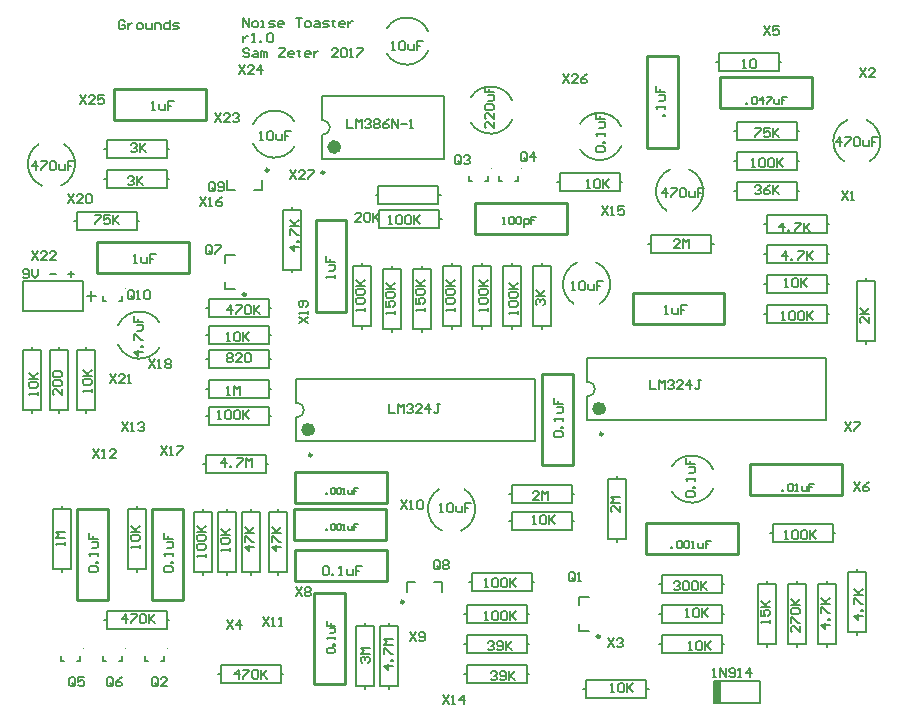
<source format=gbr>
G04 Layer_Color=65535*
%FSLAX24Y24*%
%MOIN*%
%TF.FileFunction,Legend,Top*%
%TF.Part,Single*%
G01*
G75*
%TA.AperFunction,NonConductor*%
%ADD14C,0.0100*%
%ADD44C,0.0039*%
%ADD45C,0.0079*%
%ADD46C,0.0098*%
%ADD47C,0.0236*%
%ADD48C,0.0060*%
%ADD49C,0.0050*%
%ADD50C,0.0059*%
%ADD51R,0.0315X0.0748*%
D14*
X-24492Y3855D02*
X-23468D01*
X-24492D02*
Y6916D01*
X-23468D01*
Y3855D02*
Y6916D01*
X-26992Y3855D02*
X-25968D01*
X-26992D02*
Y6916D01*
X-25968D01*
Y3855D02*
Y6916D01*
X-19092Y1055D02*
X-18068D01*
X-19092D02*
Y4116D01*
X-18068D01*
Y1055D02*
Y4116D01*
X-11492Y8355D02*
X-10468D01*
X-11492D02*
Y11416D01*
X-10468D01*
Y8355D02*
Y11416D01*
X-26325Y14778D02*
Y15802D01*
X-23264D01*
Y14778D02*
Y15802D01*
X-26325Y14778D02*
X-23264D01*
X-25745Y19869D02*
Y20892D01*
X-22684D01*
Y19869D02*
Y20892D01*
X-25745Y19869D02*
X-22684D01*
X-10665Y16068D02*
Y17091D01*
X-13726Y16068D02*
X-10665D01*
X-13726D02*
Y17091D01*
X-10665D01*
X-19031Y16545D02*
X-18008D01*
Y13484D02*
Y16545D01*
X-19031Y13484D02*
X-18008D01*
X-19031D02*
Y16545D01*
X-16655Y4508D02*
Y5531D01*
X-19716Y4508D02*
X-16655D01*
X-19716D02*
Y5531D01*
X-16655D01*
X-4545Y7369D02*
Y8392D01*
X-1484D01*
Y7369D02*
Y8392D01*
X-4545Y7369D02*
X-1484D01*
X-5545Y20268D02*
Y21292D01*
X-2484D01*
Y20268D02*
Y21292D01*
X-5545Y20268D02*
X-2484D01*
X-7992Y18945D02*
X-6969D01*
X-7992D02*
Y22006D01*
X-6969D01*
Y18945D02*
Y22006D01*
X-8470Y13068D02*
Y14092D01*
X-5408D01*
Y13068D02*
Y14092D01*
X-8470Y13068D02*
X-5408D01*
X-16655Y7108D02*
Y8131D01*
X-19716Y7108D02*
X-16655D01*
X-19716D02*
Y8131D01*
X-16655D01*
X-19745Y5868D02*
Y6892D01*
X-16684D01*
Y5868D02*
Y6892D01*
X-19745Y5868D02*
X-16684D01*
X-4955Y5408D02*
Y6431D01*
X-8016Y5408D02*
X-4955D01*
X-8016D02*
Y6431D01*
X-4955D01*
D44*
X-26756Y2255D02*
G03*
X-26756Y2255I-20J0D01*
G01*
X-25356D02*
G03*
X-25356Y2255I-20J0D01*
G01*
X-23956D02*
G03*
X-23956Y2255I-20J0D01*
G01*
X-25356Y14255D02*
G03*
X-25356Y14255I-20J0D01*
G01*
X-12156Y18255D02*
G03*
X-12156Y18255I-20J0D01*
G01*
X-13156D02*
G03*
X-13156Y18255I-20J0D01*
G01*
D45*
X-14923Y7564D02*
G03*
X-14827Y6184I423J-664D01*
G01*
X-14173D02*
G03*
X-14077Y7564I-327J716D01*
G01*
X-24236Y13123D02*
G03*
X-25616Y13027I-664J-423D01*
G01*
Y12373D02*
G03*
X-24236Y12277I716J327D01*
G01*
X-28263Y19064D02*
G03*
X-28167Y17684I423J-664D01*
G01*
X-27513D02*
G03*
X-27417Y19064I-327J716D01*
G01*
X-19736Y19823D02*
G03*
X-21116Y19727I-664J-423D01*
G01*
Y19073D02*
G03*
X-19736Y18977I716J327D01*
G01*
X-16664Y22077D02*
G03*
X-15284Y22173I664J423D01*
G01*
Y22827D02*
G03*
X-16664Y22923I-716J-327D01*
G01*
X-13864Y19777D02*
G03*
X-12484Y19873I664J423D01*
G01*
Y20527D02*
G03*
X-13864Y20623I-716J-327D01*
G01*
X-10224Y18897D02*
G03*
X-8844Y18993I664J423D01*
G01*
Y19647D02*
G03*
X-10224Y19743I-716J-327D01*
G01*
X-18808Y19370D02*
G03*
X-18808Y19870I0J250D01*
G01*
X-9577Y13736D02*
G03*
X-9673Y15116I-423J664D01*
G01*
X-10327D02*
G03*
X-10423Y13736I327J-716D01*
G01*
X-9976Y10650D02*
G03*
X-9976Y11150I0J250D01*
G01*
X-19676Y9950D02*
G03*
X-19676Y10450I0J250D01*
G01*
X-7164Y7477D02*
G03*
X-5784Y7573I664J423D01*
G01*
Y8227D02*
G03*
X-7164Y8323I-716J-327D01*
G01*
X-567Y18486D02*
G03*
X-663Y19866I-423J664D01*
G01*
X-1317D02*
G03*
X-1413Y18486I327J-716D01*
G01*
X-6477Y16836D02*
G03*
X-6573Y18216I-423J664D01*
G01*
X-7227D02*
G03*
X-7323Y16836I327J-716D01*
G01*
X-10990Y17800D02*
X-10900D01*
X-8900D02*
X-8810D01*
X-10900D02*
Y18100D01*
X-8900D01*
Y17500D02*
Y18100D01*
X-10900Y17500D02*
X-8900D01*
X-10900D02*
Y17800D01*
X-14940Y17360D02*
X-14850D01*
X-17030D02*
X-16940D01*
X-14940Y17060D02*
Y17360D01*
X-16940Y17060D02*
X-14940D01*
X-16940D02*
Y17660D01*
X-14940D01*
Y17360D02*
Y17660D01*
X-27515Y1843D02*
X-27428D01*
X-26972D02*
X-26885D01*
X-27515Y1843D02*
Y2005D01*
X-26885Y1843D02*
Y2005D01*
X-26115Y1843D02*
X-26028D01*
X-25572D02*
X-25485D01*
X-26115Y1843D02*
Y2005D01*
X-25485Y1843D02*
Y2005D01*
X-24715Y1843D02*
X-24628D01*
X-24172D02*
X-24085D01*
X-24715Y1843D02*
Y2005D01*
X-24085Y1843D02*
Y2005D01*
X-20200Y1400D02*
X-20110D01*
X-22290D02*
X-22200D01*
X-20200Y1100D02*
Y1400D01*
X-22200Y1100D02*
X-20200D01*
X-22200D02*
Y1700D01*
X-20200D01*
Y1400D02*
Y1700D01*
X-22800Y6800D02*
Y6890D01*
Y4710D02*
Y4800D01*
Y6800D02*
X-22500D01*
Y4800D02*
Y6800D01*
X-23100Y4800D02*
X-22500D01*
X-23100D02*
Y6800D01*
X-22800D01*
X-22000D02*
Y6890D01*
Y4710D02*
Y4800D01*
Y6800D02*
X-21700D01*
Y4800D02*
Y6800D01*
X-22300Y4800D02*
X-21700D01*
X-22300D02*
Y6800D01*
X-22000D01*
X-21200D02*
Y6890D01*
Y4710D02*
Y4800D01*
Y6800D02*
X-20900D01*
Y4800D02*
Y6800D01*
X-21500Y4800D02*
X-20900D01*
X-21500D02*
Y6800D01*
X-21200D01*
X-20300D02*
Y6890D01*
Y4710D02*
Y4800D01*
Y6800D02*
X-20000D01*
Y4800D02*
Y6800D01*
X-20600Y4800D02*
X-20000D01*
X-20600D02*
Y6800D01*
X-20300D01*
X-25000Y6900D02*
Y6990D01*
Y4810D02*
Y4900D01*
Y6900D02*
X-24700D01*
Y4900D02*
Y6900D01*
X-25300Y4900D02*
X-24700D01*
X-25300D02*
Y6900D01*
X-25000D01*
X-27500D02*
Y6990D01*
Y4810D02*
Y4900D01*
Y6900D02*
X-27200D01*
Y4900D02*
Y6900D01*
X-27800Y4900D02*
X-27200D01*
X-27800D02*
Y6900D01*
X-27500D01*
X-24000Y3200D02*
X-23910D01*
X-26090D02*
X-26000D01*
X-24000Y2900D02*
Y3200D01*
X-26000Y2900D02*
X-24000D01*
X-26000D02*
Y3500D01*
X-24000D01*
Y3200D02*
Y3500D01*
X-17400Y3000D02*
Y3090D01*
Y910D02*
Y1000D01*
Y3000D02*
X-17100D01*
Y1000D02*
Y3000D01*
X-17700Y1000D02*
X-17100D01*
X-17700D02*
Y3000D01*
X-17400D01*
X-16600D02*
Y3090D01*
Y910D02*
Y1000D01*
Y3000D02*
X-16300D01*
Y1000D02*
Y3000D01*
X-16900Y1000D02*
X-16300D01*
X-16900D02*
Y3000D01*
X-16600D01*
X-12000Y1400D02*
X-11910D01*
X-14090D02*
X-14000D01*
X-12000Y1100D02*
Y1400D01*
X-14000Y1100D02*
X-12000D01*
X-14000D02*
Y1700D01*
X-12000D01*
Y1400D02*
Y1700D01*
X-14090Y2400D02*
X-14000D01*
X-12000D02*
X-11910D01*
X-14000D02*
Y2700D01*
X-12000D01*
Y2100D02*
Y2700D01*
X-14000Y2100D02*
X-12000D01*
X-14000D02*
Y2400D01*
X-14090Y3400D02*
X-14000D01*
X-12000D02*
X-11910D01*
X-14000D02*
Y3700D01*
X-12000D01*
Y3100D02*
Y3700D01*
X-14000Y3100D02*
X-12000D01*
X-14000D02*
Y3400D01*
X-13920Y4460D02*
X-13830D01*
X-11830D02*
X-11740D01*
X-13830D02*
Y4760D01*
X-11830D01*
Y4160D02*
Y4760D01*
X-13830Y4160D02*
X-11830D01*
X-13830D02*
Y4460D01*
X-12590Y6500D02*
X-12500D01*
X-10500D02*
X-10410D01*
X-12500D02*
Y6800D01*
X-10500D01*
Y6200D02*
Y6800D01*
X-12500Y6200D02*
X-10500D01*
X-12500D02*
Y6500D01*
X-15975Y4135D02*
Y4456D01*
X-15715D01*
X-14825Y4135D02*
Y4456D01*
X-15085D02*
X-14825D01*
X-22790Y8400D02*
X-22700D01*
X-20700D02*
X-20610D01*
X-22700D02*
Y8700D01*
X-20700D01*
Y8100D02*
Y8700D01*
X-22700Y8100D02*
X-20700D01*
X-22700D02*
Y8400D01*
X-20600Y10000D02*
X-20510D01*
X-22690D02*
X-22600D01*
X-20600Y9700D02*
Y10000D01*
X-22600Y9700D02*
X-20600D01*
X-22600D02*
Y10300D01*
X-20600D01*
Y10000D02*
Y10300D01*
Y11900D02*
X-20510D01*
X-22690D02*
X-22600D01*
X-20600Y11600D02*
Y11900D01*
X-22600Y11600D02*
X-20600D01*
X-22600D02*
Y12200D01*
X-20600D01*
Y11900D02*
Y12200D01*
X-26115Y13843D02*
X-26028D01*
X-25572D02*
X-25485D01*
X-26115Y13843D02*
Y14005D01*
X-25485Y13843D02*
Y14005D01*
X-26090Y17900D02*
X-26000D01*
X-24000D02*
X-23910D01*
X-26000D02*
Y18200D01*
X-24000D01*
Y17600D02*
Y18200D01*
X-26000Y17600D02*
X-24000D01*
X-26000D02*
Y17900D01*
X-24000Y18900D02*
X-23910D01*
X-26090D02*
X-26000D01*
X-24000Y18600D02*
Y18900D01*
X-26000Y18600D02*
X-24000D01*
X-26000D02*
Y19200D01*
X-24000D01*
Y18900D02*
Y19200D01*
X-20825Y17544D02*
Y17865D01*
X-21085Y17544D02*
X-20825D01*
X-21975D02*
Y17865D01*
Y17544D02*
X-21715D01*
X-25000Y16500D02*
X-24910D01*
X-27090D02*
X-27000D01*
X-25000Y16200D02*
Y16500D01*
X-27000Y16200D02*
X-25000D01*
X-27000D02*
Y16800D01*
X-25000D01*
Y16500D02*
Y16800D01*
X-12915Y17843D02*
X-12828D01*
X-12372D02*
X-12285D01*
X-12915Y17843D02*
Y18005D01*
X-12285Y17843D02*
Y18005D01*
X-13915Y17843D02*
X-13828D01*
X-13372D02*
X-13285D01*
X-13915Y17843D02*
Y18005D01*
X-13285Y17843D02*
Y18005D01*
X-14752Y18577D02*
Y20663D01*
X-18808Y19870D02*
Y20663D01*
Y18577D02*
Y19370D01*
Y20663D02*
X-14752D01*
X-18808Y18577D02*
X-14752D01*
X-14910Y16560D02*
X-14820D01*
X-17000D02*
X-16910D01*
X-14910Y16260D02*
Y16560D01*
X-16910Y16260D02*
X-14910D01*
X-16910D02*
Y16860D01*
X-14910D01*
Y16560D02*
Y16860D01*
X-19810Y16880D02*
Y16970D01*
Y14790D02*
Y14880D01*
Y16880D02*
X-19510D01*
Y14880D02*
Y16880D01*
X-20110Y14880D02*
X-19510D01*
X-20110D02*
Y16880D01*
X-19810D01*
X-16500Y14900D02*
Y14990D01*
Y12810D02*
Y12900D01*
Y14900D02*
X-16200D01*
Y12900D02*
Y14900D01*
X-16800Y12900D02*
X-16200D01*
X-16800D02*
Y14900D01*
X-16500D01*
X-17500Y15000D02*
Y15090D01*
Y12910D02*
Y13000D01*
Y15000D02*
X-17200D01*
Y13000D02*
Y15000D01*
X-17800Y13000D02*
X-17200D01*
X-17800D02*
Y15000D01*
X-17500D01*
X-15500Y14900D02*
Y14990D01*
Y12810D02*
Y12900D01*
Y14900D02*
X-15200D01*
Y12900D02*
Y14900D01*
X-15800Y12900D02*
X-15200D01*
X-15800D02*
Y14900D01*
X-15500D01*
X-14500Y15000D02*
Y15090D01*
Y12910D02*
Y13000D01*
Y15000D02*
X-14200D01*
Y13000D02*
Y15000D01*
X-14800Y13000D02*
X-14200D01*
X-14800D02*
Y15000D01*
X-14500D01*
X-13500Y12910D02*
Y13000D01*
Y15000D02*
Y15090D01*
X-13800Y13000D02*
X-13500D01*
X-13800D02*
Y15000D01*
X-13200D01*
Y13000D02*
Y15000D01*
X-13500Y13000D02*
X-13200D01*
X-12500Y15000D02*
Y15090D01*
Y12910D02*
Y13000D01*
Y15000D02*
X-12200D01*
Y13000D02*
Y15000D01*
X-12800Y13000D02*
X-12200D01*
X-12800D02*
Y15000D01*
X-12500D01*
X-11500D02*
Y15090D01*
Y12910D02*
Y13000D01*
Y15000D02*
X-11200D01*
Y13000D02*
Y15000D01*
X-11800Y13000D02*
X-11200D01*
X-11800D02*
Y15000D01*
X-11500D01*
X-12590Y7400D02*
X-12500D01*
X-10500D02*
X-10410D01*
X-12500D02*
Y7700D01*
X-10500D01*
Y7100D02*
Y7700D01*
X-12500Y7100D02*
X-10500D01*
X-12500D02*
Y7400D01*
X-2024Y9857D02*
Y11943D01*
X-9976Y11150D02*
Y11943D01*
Y9857D02*
Y10650D01*
Y11943D02*
X-2024D01*
X-9976Y9857D02*
X-2024D01*
X-11724Y9157D02*
Y11243D01*
X-19676Y10450D02*
Y11243D01*
Y9157D02*
Y9950D01*
Y11243D02*
X-11724D01*
X-19676Y9157D02*
X-11724D01*
X-9000Y5810D02*
Y5900D01*
Y7900D02*
Y7990D01*
X-9300Y5900D02*
X-9000D01*
X-9300D02*
Y7900D01*
X-8700D01*
Y5900D02*
Y7900D01*
X-9000Y5900D02*
X-8700D01*
X-5500Y4400D02*
X-5410D01*
X-7590D02*
X-7500D01*
X-5500Y4100D02*
Y4400D01*
X-7500Y4100D02*
X-5500D01*
X-7500D02*
Y4700D01*
X-5500D01*
Y4400D02*
Y4700D01*
X-7590Y3400D02*
X-7500D01*
X-5500D02*
X-5410D01*
X-7500D02*
Y3700D01*
X-5500D01*
Y3100D02*
Y3700D01*
X-7500Y3100D02*
X-5500D01*
X-7500D02*
Y3400D01*
X-7590Y2400D02*
X-7500D01*
X-5500D02*
X-5410D01*
X-7500D02*
Y2700D01*
X-5500D01*
Y2100D02*
Y2700D01*
X-7500Y2100D02*
X-5500D01*
X-7500D02*
Y2400D01*
X-5768Y1174D02*
X-4232D01*
X-5768Y426D02*
X-4232D01*
Y1174D01*
X-4000Y4400D02*
Y4490D01*
Y2310D02*
Y2400D01*
Y4400D02*
X-3700D01*
Y2400D02*
Y4400D01*
X-4300Y2400D02*
X-3700D01*
X-4300D02*
Y4400D01*
X-4000D01*
X-3000Y2310D02*
Y2400D01*
Y4400D02*
Y4490D01*
X-3300Y2400D02*
X-3000D01*
X-3300D02*
Y4400D01*
X-2700D01*
Y2400D02*
Y4400D01*
X-3000Y2400D02*
X-2700D01*
X-2000Y4400D02*
Y4490D01*
Y2310D02*
Y2400D01*
Y4400D02*
X-1700D01*
Y2400D02*
Y4400D01*
X-2300Y2400D02*
X-1700D01*
X-2300D02*
Y4400D01*
X-2000D01*
X-1000Y4800D02*
Y4890D01*
Y2710D02*
Y2800D01*
Y4800D02*
X-700D01*
Y2800D02*
Y4800D01*
X-1300Y2800D02*
X-700D01*
X-1300D02*
Y4800D01*
X-1000D01*
X-8020Y900D02*
X-7930D01*
X-10110D02*
X-10020D01*
X-8020Y600D02*
Y900D01*
X-10020Y600D02*
X-8020D01*
X-10020D02*
Y1200D01*
X-8020D01*
Y900D02*
Y1200D01*
X-10256Y2825D02*
X-9935D01*
X-10256D02*
Y3085D01*
Y3975D02*
X-9935D01*
X-10256Y3715D02*
Y3975D01*
X-28500Y12200D02*
Y12290D01*
Y10110D02*
Y10200D01*
Y12200D02*
X-28200D01*
Y10200D02*
Y12200D01*
X-28800Y10200D02*
X-28200D01*
X-28800D02*
Y12200D01*
X-28500D01*
X-27600D02*
Y12290D01*
Y10110D02*
Y10200D01*
Y12200D02*
X-27300D01*
Y10200D02*
Y12200D01*
X-27900Y10200D02*
X-27300D01*
X-27900D02*
Y12200D01*
X-27600D01*
X-26700Y10110D02*
Y10200D01*
Y12200D02*
Y12290D01*
X-27000Y10200D02*
X-26700D01*
X-27000D02*
Y12200D01*
X-26400D01*
Y10200D02*
Y12200D01*
X-26700Y10200D02*
X-26400D01*
X-3890Y6100D02*
X-3800D01*
X-1800D02*
X-1710D01*
X-3800D02*
Y6400D01*
X-1800D01*
Y5800D02*
Y6400D01*
X-3800Y5800D02*
X-1800D01*
X-3800D02*
Y6100D01*
X-700Y12410D02*
Y12500D01*
Y14500D02*
Y14590D01*
X-1000Y12500D02*
X-700D01*
X-1000D02*
Y14500D01*
X-400D01*
Y12500D02*
Y14500D01*
X-700Y12500D02*
X-400D01*
X-4090Y13400D02*
X-4000D01*
X-2000D02*
X-1910D01*
X-4000D02*
Y13700D01*
X-2000D01*
Y13100D02*
Y13700D01*
X-4000Y13100D02*
X-2000D01*
X-4000D02*
Y13400D01*
X-4090Y14400D02*
X-4000D01*
X-2000D02*
X-1910D01*
X-4000D02*
Y14700D01*
X-2000D01*
Y14100D02*
Y14700D01*
X-4000Y14100D02*
X-2000D01*
X-4000D02*
Y14400D01*
X-2000Y15400D02*
X-1910D01*
X-4090D02*
X-4000D01*
X-2000Y15100D02*
Y15400D01*
X-4000Y15100D02*
X-2000D01*
X-4000D02*
Y15700D01*
X-2000D01*
Y15400D02*
Y15700D01*
Y16400D02*
X-1910D01*
X-4090D02*
X-4000D01*
X-2000Y16100D02*
Y16400D01*
X-4000Y16100D02*
X-2000D01*
X-4000D02*
Y16700D01*
X-2000D01*
Y16400D02*
Y16700D01*
X-5090Y17500D02*
X-5000D01*
X-3000D02*
X-2910D01*
X-5000D02*
Y17800D01*
X-3000D01*
Y17200D02*
Y17800D01*
X-5000Y17200D02*
X-3000D01*
X-5000D02*
Y17500D01*
X-5090Y18500D02*
X-5000D01*
X-3000D02*
X-2910D01*
X-5000D02*
Y18800D01*
X-3000D01*
Y18200D02*
Y18800D01*
X-5000Y18200D02*
X-3000D01*
X-5000D02*
Y18500D01*
X-5090Y19500D02*
X-5000D01*
X-3000D02*
X-2910D01*
X-5000D02*
Y19800D01*
X-3000D01*
Y19200D02*
Y19800D01*
X-5000Y19200D02*
X-3000D01*
X-5000D02*
Y19500D01*
X-3600Y21800D02*
X-3510D01*
X-5690D02*
X-5600D01*
X-3600Y21500D02*
Y21800D01*
X-5600Y21500D02*
X-3600D01*
X-5600D02*
Y22100D01*
X-3600D01*
Y21800D02*
Y22100D01*
X-7950Y15750D02*
X-7860D01*
X-5860D02*
X-5770D01*
X-7860D02*
Y16050D01*
X-5860D01*
Y15450D02*
Y16050D01*
X-7860Y15450D02*
X-5860D01*
X-7860D02*
Y15750D01*
X-20600Y12700D02*
X-20510D01*
X-22690D02*
X-22600D01*
X-20600Y12400D02*
Y12700D01*
X-22600Y12400D02*
X-20600D01*
X-22600D02*
Y13000D01*
X-20600D01*
Y12700D02*
Y13000D01*
Y13600D02*
X-20510D01*
X-22690D02*
X-22600D01*
X-20600Y13300D02*
Y13600D01*
X-22600Y13300D02*
X-20600D01*
X-22600D02*
Y13900D01*
X-20600D01*
Y13600D02*
Y13900D01*
X-22056Y14225D02*
X-21735D01*
X-22056D02*
Y14485D01*
Y15375D02*
X-21735D01*
X-22056Y15115D02*
Y15375D01*
X-20600Y10900D02*
X-20510D01*
X-22690D02*
X-22600D01*
X-20600Y10600D02*
Y10900D01*
X-22600Y10600D02*
X-20600D01*
X-22600D02*
Y11200D01*
X-20600D01*
Y10900D02*
Y11200D01*
X-28800Y13500D02*
Y14500D01*
X-26800D01*
Y13500D02*
Y14500D01*
X-28800Y13500D02*
X-26800D01*
D46*
X-16099Y3806D02*
G03*
X-16099Y3806I-49J0D01*
G01*
X-20603Y18194D02*
G03*
X-20603Y18194I-49J0D01*
G01*
X-18743Y18120D02*
G03*
X-18743Y18120I-49J0D01*
G01*
X-9463Y9400D02*
G03*
X-9463Y9400I-49J0D01*
G01*
X-19163Y8700D02*
G03*
X-19163Y8700I-49J0D01*
G01*
X-9557Y2652D02*
G03*
X-9557Y2652I-49J0D01*
G01*
X-21357Y14052D02*
G03*
X-21357Y14052I-49J0D01*
G01*
D47*
X-18296Y18970D02*
G03*
X-18296Y18970I-118J0D01*
G01*
X-9465Y10250D02*
G03*
X-9465Y10250I-118J0D01*
G01*
X-19165Y9550D02*
G03*
X-19165Y9550I-118J0D01*
G01*
D48*
X-21440Y22968D02*
Y23268D01*
X-21240Y22968D01*
Y23268D01*
X-21090Y22968D02*
X-20990D01*
X-20940Y23018D01*
Y23118D01*
X-20990Y23168D01*
X-21090D01*
X-21140Y23118D01*
Y23018D01*
X-21090Y22968D01*
X-20840D02*
X-20740D01*
X-20790D01*
Y23168D01*
X-20840D01*
X-20590Y22968D02*
X-20440D01*
X-20390Y23018D01*
X-20440Y23068D01*
X-20540D01*
X-20590Y23118D01*
X-20540Y23168D01*
X-20390D01*
X-20140Y22968D02*
X-20240D01*
X-20290Y23018D01*
Y23118D01*
X-20240Y23168D01*
X-20140D01*
X-20090Y23118D01*
Y23068D01*
X-20290D01*
X-19691Y23268D02*
X-19491D01*
X-19591D01*
Y22968D01*
X-19341D02*
X-19241D01*
X-19191Y23018D01*
Y23118D01*
X-19241Y23168D01*
X-19341D01*
X-19391Y23118D01*
Y23018D01*
X-19341Y22968D01*
X-19041Y23168D02*
X-18941D01*
X-18891Y23118D01*
Y22968D01*
X-19041D01*
X-19091Y23018D01*
X-19041Y23068D01*
X-18891D01*
X-18791Y22968D02*
X-18641D01*
X-18591Y23018D01*
X-18641Y23068D01*
X-18741D01*
X-18791Y23118D01*
X-18741Y23168D01*
X-18591D01*
X-18441Y23218D02*
Y23168D01*
X-18491D01*
X-18391D01*
X-18441D01*
Y23018D01*
X-18391Y22968D01*
X-18091D02*
X-18191D01*
X-18241Y23018D01*
Y23118D01*
X-18191Y23168D01*
X-18091D01*
X-18041Y23118D01*
Y23068D01*
X-18241D01*
X-17941Y23168D02*
Y22968D01*
Y23068D01*
X-17891Y23118D01*
X-17841Y23168D01*
X-17791D01*
X-21440Y22664D02*
Y22464D01*
Y22564D01*
X-21390Y22614D01*
X-21340Y22664D01*
X-21290D01*
X-21140Y22464D02*
X-21040D01*
X-21090D01*
Y22764D01*
X-21140Y22714D01*
X-20890Y22464D02*
Y22514D01*
X-20840D01*
Y22464D01*
X-20890D01*
X-20640Y22714D02*
X-20590Y22764D01*
X-20490D01*
X-20440Y22714D01*
Y22514D01*
X-20490Y22464D01*
X-20590D01*
X-20640Y22514D01*
Y22714D01*
X-21240Y22210D02*
X-21290Y22260D01*
X-21390D01*
X-21440Y22210D01*
Y22160D01*
X-21390Y22110D01*
X-21290D01*
X-21240Y22060D01*
Y22010D01*
X-21290Y21960D01*
X-21390D01*
X-21440Y22010D01*
X-21090Y22160D02*
X-20990D01*
X-20940Y22110D01*
Y21960D01*
X-21090D01*
X-21140Y22010D01*
X-21090Y22060D01*
X-20940D01*
X-20840Y21960D02*
Y22160D01*
X-20790D01*
X-20740Y22110D01*
Y21960D01*
Y22110D01*
X-20690Y22160D01*
X-20640Y22110D01*
Y21960D01*
X-20240Y22260D02*
X-20040D01*
Y22210D01*
X-20240Y22010D01*
Y21960D01*
X-20040D01*
X-19791D02*
X-19891D01*
X-19940Y22010D01*
Y22110D01*
X-19891Y22160D01*
X-19791D01*
X-19741Y22110D01*
Y22060D01*
X-19940D01*
X-19591Y22210D02*
Y22160D01*
X-19641D01*
X-19541D01*
X-19591D01*
Y22010D01*
X-19541Y21960D01*
X-19241D02*
X-19341D01*
X-19391Y22010D01*
Y22110D01*
X-19341Y22160D01*
X-19241D01*
X-19191Y22110D01*
Y22060D01*
X-19391D01*
X-19091Y22160D02*
Y21960D01*
Y22060D01*
X-19041Y22110D01*
X-18991Y22160D01*
X-18941D01*
X-18291Y21960D02*
X-18491D01*
X-18291Y22160D01*
Y22210D01*
X-18341Y22260D01*
X-18441D01*
X-18491Y22210D01*
X-18191D02*
X-18141Y22260D01*
X-18041D01*
X-17991Y22210D01*
Y22010D01*
X-18041Y21960D01*
X-18141D01*
X-18191Y22010D01*
Y22210D01*
X-17891Y21960D02*
X-17791D01*
X-17841D01*
Y22260D01*
X-17891Y22210D01*
X-17641Y22260D02*
X-17441D01*
Y22210D01*
X-17641Y22010D01*
Y21960D01*
X-25400Y23150D02*
X-25450Y23200D01*
X-25550D01*
X-25600Y23150D01*
Y22950D01*
X-25550Y22900D01*
X-25450D01*
X-25400Y22950D01*
Y23050D01*
X-25500D01*
X-25300Y23100D02*
Y22900D01*
Y23000D01*
X-25250Y23050D01*
X-25200Y23100D01*
X-25150D01*
X-24950Y22900D02*
X-24850D01*
X-24800Y22950D01*
Y23050D01*
X-24850Y23100D01*
X-24950D01*
X-25000Y23050D01*
Y22950D01*
X-24950Y22900D01*
X-24700Y23100D02*
Y22950D01*
X-24650Y22900D01*
X-24500D01*
Y23100D01*
X-24400Y22900D02*
Y23100D01*
X-24250D01*
X-24200Y23050D01*
Y22900D01*
X-23901Y23200D02*
Y22900D01*
X-24051D01*
X-24100Y22950D01*
Y23050D01*
X-24051Y23100D01*
X-23901D01*
X-23801Y22900D02*
X-23651D01*
X-23601Y22950D01*
X-23651Y23000D01*
X-23751D01*
X-23801Y23050D01*
X-23751Y23100D01*
X-23601D01*
D49*
X-22400Y17550D02*
Y17750D01*
X-22450Y17800D01*
X-22550D01*
X-22600Y17750D01*
Y17550D01*
X-22550Y17500D01*
X-22450D01*
X-22500Y17600D02*
X-22400Y17500D01*
X-22450D02*
X-22400Y17550D01*
X-22300D02*
X-22250Y17500D01*
X-22150D01*
X-22100Y17550D01*
Y17750D01*
X-22150Y17800D01*
X-22250D01*
X-22300Y17750D01*
Y17700D01*
X-22250Y17650D01*
X-22100D01*
X-24300Y1050D02*
Y1250D01*
X-24350Y1300D01*
X-24450D01*
X-24500Y1250D01*
Y1050D01*
X-24450Y1000D01*
X-24350D01*
X-24400Y1100D02*
X-24300Y1000D01*
X-24350D02*
X-24300Y1050D01*
X-24000Y1000D02*
X-24200D01*
X-24000Y1200D01*
Y1250D01*
X-24050Y1300D01*
X-24150D01*
X-24200Y1250D01*
X-28800Y14650D02*
X-28750Y14600D01*
X-28650D01*
X-28600Y14650D01*
Y14850D01*
X-28650Y14900D01*
X-28750D01*
X-28800Y14850D01*
Y14800D01*
X-28750Y14750D01*
X-28600D01*
X-28500Y14900D02*
Y14700D01*
X-28400Y14600D01*
X-28300Y14700D01*
Y14900D01*
X-27900Y14750D02*
X-27700D01*
X-27300D02*
X-27101D01*
X-27201Y14850D02*
Y14650D01*
X-12800Y16400D02*
X-12717D01*
X-12758D01*
Y16650D01*
X-12800Y16608D01*
X-12592D02*
X-12550Y16650D01*
X-12467D01*
X-12425Y16608D01*
Y16442D01*
X-12467Y16400D01*
X-12550D01*
X-12592Y16442D01*
Y16608D01*
X-12342D02*
X-12300Y16650D01*
X-12217D01*
X-12175Y16608D01*
Y16442D01*
X-12217Y16400D01*
X-12300D01*
X-12342Y16442D01*
Y16608D01*
X-12092Y16317D02*
Y16567D01*
X-11967D01*
X-11925Y16525D01*
Y16442D01*
X-11967Y16400D01*
X-12092D01*
X-11675Y16650D02*
X-11842D01*
Y16525D01*
X-11759D01*
X-11842D01*
Y16400D01*
X-7200Y5600D02*
Y5642D01*
X-7158D01*
Y5600D01*
X-7200D01*
X-6992Y5808D02*
X-6950Y5850D01*
X-6867D01*
X-6825Y5808D01*
Y5642D01*
X-6867Y5600D01*
X-6950D01*
X-6992Y5642D01*
Y5808D01*
X-6742D02*
X-6700Y5850D01*
X-6617D01*
X-6575Y5808D01*
Y5642D01*
X-6617Y5600D01*
X-6700D01*
X-6742Y5642D01*
Y5808D01*
X-6492Y5600D02*
X-6409D01*
X-6450D01*
Y5850D01*
X-6492Y5808D01*
X-6284Y5767D02*
Y5642D01*
X-6242Y5600D01*
X-6117D01*
Y5767D01*
X-5867Y5850D02*
X-6034D01*
Y5725D01*
X-5950D01*
X-6034D01*
Y5600D01*
X-26550Y4800D02*
X-26600Y4850D01*
Y4950D01*
X-26550Y5000D01*
X-26350D01*
X-26300Y4950D01*
Y4850D01*
X-26350Y4800D01*
X-26550D01*
X-26300Y5100D02*
X-26350D01*
Y5150D01*
X-26300D01*
Y5100D01*
Y5350D02*
Y5450D01*
Y5400D01*
X-26600D01*
X-26550Y5350D01*
X-26500Y5600D02*
X-26350D01*
X-26300Y5650D01*
Y5800D01*
X-26500D01*
X-26600Y6100D02*
Y5900D01*
X-26450D01*
Y6000D01*
Y5900D01*
X-26300D01*
X-6650Y7300D02*
X-6700Y7350D01*
Y7450D01*
X-6650Y7500D01*
X-6450D01*
X-6400Y7450D01*
Y7350D01*
X-6450Y7300D01*
X-6650D01*
X-6400Y7600D02*
X-6450D01*
Y7650D01*
X-6400D01*
Y7600D01*
Y7850D02*
Y7950D01*
Y7900D01*
X-6700D01*
X-6650Y7850D01*
X-6600Y8100D02*
X-6450D01*
X-6400Y8150D01*
Y8300D01*
X-6600D01*
X-6700Y8600D02*
Y8400D01*
X-6550D01*
Y8500D01*
Y8400D01*
X-6400D01*
X-9650Y18800D02*
X-9700Y18850D01*
Y18950D01*
X-9650Y19000D01*
X-9450D01*
X-9400Y18950D01*
Y18850D01*
X-9450Y18800D01*
X-9650D01*
X-9400Y19100D02*
X-9450D01*
Y19150D01*
X-9400D01*
Y19100D01*
Y19350D02*
Y19450D01*
Y19400D01*
X-9700D01*
X-9650Y19350D01*
X-9600Y19600D02*
X-9450D01*
X-9400Y19650D01*
Y19800D01*
X-9600D01*
X-9700Y20100D02*
Y19900D01*
X-9550D01*
Y20000D01*
Y19900D01*
X-9400D01*
X-3500Y7500D02*
Y7542D01*
X-3458D01*
Y7500D01*
X-3500D01*
X-3292Y7708D02*
X-3250Y7750D01*
X-3167D01*
X-3125Y7708D01*
Y7542D01*
X-3167Y7500D01*
X-3250D01*
X-3292Y7542D01*
Y7708D01*
X-3042Y7500D02*
X-2959D01*
X-3000D01*
Y7750D01*
X-3042Y7708D01*
X-2834Y7667D02*
Y7542D01*
X-2792Y7500D01*
X-2667D01*
Y7667D01*
X-2417Y7750D02*
X-2584D01*
Y7625D01*
X-2500D01*
X-2584D01*
Y7500D01*
X-24050Y4800D02*
X-24100Y4850D01*
Y4950D01*
X-24050Y5000D01*
X-23850D01*
X-23800Y4950D01*
Y4850D01*
X-23850Y4800D01*
X-24050D01*
X-23800Y5100D02*
X-23850D01*
Y5150D01*
X-23800D01*
Y5100D01*
Y5350D02*
Y5450D01*
Y5400D01*
X-24100D01*
X-24050Y5350D01*
X-24000Y5600D02*
X-23850D01*
X-23800Y5650D01*
Y5800D01*
X-24000D01*
X-24100Y6100D02*
Y5900D01*
X-23950D01*
Y6000D01*
Y5900D01*
X-23800D01*
X-18800Y4950D02*
X-18750Y5000D01*
X-18650D01*
X-18600Y4950D01*
Y4750D01*
X-18650Y4700D01*
X-18750D01*
X-18800Y4750D01*
Y4950D01*
X-18500Y4700D02*
Y4750D01*
X-18450D01*
Y4700D01*
X-18500D01*
X-18250D02*
X-18150D01*
X-18200D01*
Y5000D01*
X-18250Y4950D01*
X-18000Y4900D02*
Y4750D01*
X-17950Y4700D01*
X-17800D01*
Y4900D01*
X-17500Y5000D02*
X-17700D01*
Y4850D01*
X-17600D01*
X-17700D01*
Y4700D01*
X-18700Y7400D02*
Y7433D01*
X-18667D01*
Y7400D01*
X-18700D01*
X-18533Y7567D02*
X-18500Y7600D01*
X-18433D01*
X-18400Y7567D01*
Y7433D01*
X-18433Y7400D01*
X-18500D01*
X-18533Y7433D01*
Y7567D01*
X-18333D02*
X-18300Y7600D01*
X-18233D01*
X-18200Y7567D01*
Y7433D01*
X-18233Y7400D01*
X-18300D01*
X-18333Y7433D01*
Y7567D01*
X-18134Y7400D02*
X-18067D01*
X-18100D01*
Y7600D01*
X-18134Y7567D01*
X-17967Y7533D02*
Y7433D01*
X-17934Y7400D01*
X-17834D01*
Y7533D01*
X-17634Y7600D02*
X-17767D01*
Y7500D01*
X-17700D01*
X-17767D01*
Y7400D01*
X-18700Y6200D02*
Y6233D01*
X-18667D01*
Y6200D01*
X-18700D01*
X-18533Y6367D02*
X-18500Y6400D01*
X-18433D01*
X-18400Y6367D01*
Y6233D01*
X-18433Y6200D01*
X-18500D01*
X-18533Y6233D01*
Y6367D01*
X-18333D02*
X-18300Y6400D01*
X-18233D01*
X-18200Y6367D01*
Y6233D01*
X-18233Y6200D01*
X-18300D01*
X-18333Y6233D01*
Y6367D01*
X-18134Y6200D02*
X-18067D01*
X-18100D01*
Y6400D01*
X-18134Y6367D01*
X-17967Y6333D02*
Y6233D01*
X-17934Y6200D01*
X-17834D01*
Y6333D01*
X-17634Y6400D02*
X-17767D01*
Y6300D01*
X-17700D01*
X-17767D01*
Y6200D01*
X-11050Y9300D02*
X-11100Y9350D01*
Y9450D01*
X-11050Y9500D01*
X-10850D01*
X-10800Y9450D01*
Y9350D01*
X-10850Y9300D01*
X-11050D01*
X-10800Y9600D02*
X-10850D01*
Y9650D01*
X-10800D01*
Y9600D01*
Y9850D02*
Y9950D01*
Y9900D01*
X-11100D01*
X-11050Y9850D01*
X-11000Y10100D02*
X-10850D01*
X-10800Y10150D01*
Y10300D01*
X-11000D01*
X-11100Y10600D02*
Y10400D01*
X-10950D01*
Y10500D01*
Y10400D01*
X-10800D01*
X-18608Y2100D02*
X-18650Y2142D01*
Y2225D01*
X-18608Y2267D01*
X-18442D01*
X-18400Y2225D01*
Y2142D01*
X-18442Y2100D01*
X-18608D01*
X-18400Y2350D02*
X-18442D01*
Y2392D01*
X-18400D01*
Y2350D01*
Y2558D02*
Y2641D01*
Y2600D01*
X-18650D01*
X-18608Y2558D01*
X-18567Y2766D02*
X-18442D01*
X-18400Y2808D01*
Y2933D01*
X-18567D01*
X-18650Y3183D02*
Y3016D01*
X-18525D01*
Y3100D01*
Y3016D01*
X-18400D01*
X-14900Y6800D02*
X-14800D01*
X-14850D01*
Y7100D01*
X-14900Y7050D01*
X-14650D02*
X-14600Y7100D01*
X-14500D01*
X-14450Y7050D01*
Y6850D01*
X-14500Y6800D01*
X-14600D01*
X-14650Y6850D01*
Y7050D01*
X-14350Y7000D02*
Y6850D01*
X-14300Y6800D01*
X-14150D01*
Y7000D01*
X-13850Y7100D02*
X-14050D01*
Y6950D01*
X-13950D01*
X-14050D01*
Y6800D01*
X-10500Y14200D02*
X-10400D01*
X-10450D01*
Y14500D01*
X-10500Y14450D01*
X-10250D02*
X-10200Y14500D01*
X-10100D01*
X-10050Y14450D01*
Y14250D01*
X-10100Y14200D01*
X-10200D01*
X-10250Y14250D01*
Y14450D01*
X-9950Y14400D02*
Y14250D01*
X-9900Y14200D01*
X-9750D01*
Y14400D01*
X-9450Y14500D02*
X-9650D01*
Y14350D01*
X-9550D01*
X-9650D01*
Y14200D01*
X-7350Y17300D02*
Y17600D01*
X-7500Y17450D01*
X-7300D01*
X-7200Y17600D02*
X-7000D01*
Y17550D01*
X-7200Y17350D01*
Y17300D01*
X-6900Y17550D02*
X-6850Y17600D01*
X-6750D01*
X-6700Y17550D01*
Y17350D01*
X-6750Y17300D01*
X-6850D01*
X-6900Y17350D01*
Y17550D01*
X-6600Y17500D02*
Y17350D01*
X-6550Y17300D01*
X-6400D01*
Y17500D01*
X-6100Y17600D02*
X-6300D01*
Y17450D01*
X-6200D01*
X-6300D01*
Y17300D01*
X-7400Y13400D02*
X-7300D01*
X-7350D01*
Y13700D01*
X-7400Y13650D01*
X-7150Y13600D02*
Y13450D01*
X-7100Y13400D01*
X-6950D01*
Y13600D01*
X-6650Y13700D02*
X-6850D01*
Y13550D01*
X-6750D01*
X-6850D01*
Y13400D01*
X-18400Y14600D02*
Y14700D01*
Y14650D01*
X-18700D01*
X-18650Y14600D01*
X-18600Y14850D02*
X-18450D01*
X-18400Y14900D01*
Y15050D01*
X-18600D01*
X-18700Y15350D02*
Y15150D01*
X-18550D01*
Y15250D01*
Y15150D01*
X-18400D01*
X-24800Y12150D02*
X-25100D01*
X-24950Y12000D01*
Y12200D01*
X-24800Y12300D02*
X-24850D01*
Y12350D01*
X-24800D01*
Y12300D01*
X-25100Y12550D02*
Y12750D01*
X-25050D01*
X-24850Y12550D01*
X-24800D01*
X-25000Y12850D02*
X-24850D01*
X-24800Y12900D01*
Y13050D01*
X-25000D01*
X-25100Y13350D02*
Y13150D01*
X-24950D01*
Y13250D01*
Y13150D01*
X-24800D01*
X-25100Y15100D02*
X-25000D01*
X-25050D01*
Y15400D01*
X-25100Y15350D01*
X-24850Y15300D02*
Y15150D01*
X-24800Y15100D01*
X-24650D01*
Y15300D01*
X-24350Y15400D02*
X-24550D01*
Y15250D01*
X-24450D01*
X-24550D01*
Y15100D01*
X-7400Y20000D02*
X-7450D01*
Y20050D01*
X-7400D01*
Y20000D01*
Y20250D02*
Y20350D01*
Y20300D01*
X-7700D01*
X-7650Y20250D01*
X-7600Y20500D02*
X-7450D01*
X-7400Y20550D01*
Y20700D01*
X-7600D01*
X-7700Y21000D02*
Y20800D01*
X-7550D01*
Y20900D01*
Y20800D01*
X-7400D01*
X-24500Y20200D02*
X-24400D01*
X-24450D01*
Y20500D01*
X-24500Y20450D01*
X-24250Y20400D02*
Y20250D01*
X-24200Y20200D01*
X-24050D01*
Y20400D01*
X-23750Y20500D02*
X-23950D01*
Y20350D01*
X-23850D01*
X-23950D01*
Y20200D01*
X-13100Y19800D02*
Y19600D01*
X-13300Y19800D01*
X-13350D01*
X-13400Y19750D01*
Y19650D01*
X-13350Y19600D01*
X-13100Y20100D02*
Y19900D01*
X-13300Y20100D01*
X-13350D01*
X-13400Y20050D01*
Y19950D01*
X-13350Y19900D01*
Y20200D02*
X-13400Y20250D01*
Y20350D01*
X-13350Y20400D01*
X-13150D01*
X-13100Y20350D01*
Y20250D01*
X-13150Y20200D01*
X-13350D01*
X-13300Y20500D02*
X-13150D01*
X-13100Y20550D01*
Y20700D01*
X-13300D01*
X-13400Y21000D02*
Y20800D01*
X-13250D01*
Y20900D01*
Y20800D01*
X-13100D01*
X-1550Y19000D02*
Y19300D01*
X-1700Y19150D01*
X-1500D01*
X-1400Y19300D02*
X-1200D01*
Y19250D01*
X-1400Y19050D01*
Y19000D01*
X-1100Y19250D02*
X-1050Y19300D01*
X-950D01*
X-900Y19250D01*
Y19050D01*
X-950Y19000D01*
X-1050D01*
X-1100Y19050D01*
Y19250D01*
X-800Y19200D02*
Y19050D01*
X-750Y19000D01*
X-600D01*
Y19200D01*
X-300Y19300D02*
X-500D01*
Y19150D01*
X-400D01*
X-500D01*
Y19000D01*
X-4700Y20400D02*
Y20442D01*
X-4658D01*
Y20400D01*
X-4700D01*
X-4492Y20608D02*
X-4450Y20650D01*
X-4367D01*
X-4325Y20608D01*
Y20442D01*
X-4367Y20400D01*
X-4450D01*
X-4492Y20442D01*
Y20608D01*
X-4117Y20400D02*
Y20650D01*
X-4242Y20525D01*
X-4075D01*
X-3992Y20650D02*
X-3825D01*
Y20608D01*
X-3992Y20442D01*
Y20400D01*
X-3742Y20567D02*
Y20442D01*
X-3700Y20400D01*
X-3575D01*
Y20567D01*
X-3325Y20650D02*
X-3492D01*
Y20525D01*
X-3409D01*
X-3492D01*
Y20400D01*
X-16500Y22200D02*
X-16400D01*
X-16450D01*
Y22500D01*
X-16500Y22450D01*
X-16250D02*
X-16200Y22500D01*
X-16100D01*
X-16050Y22450D01*
Y22250D01*
X-16100Y22200D01*
X-16200D01*
X-16250Y22250D01*
Y22450D01*
X-15950Y22400D02*
Y22250D01*
X-15900Y22200D01*
X-15750D01*
Y22400D01*
X-15450Y22500D02*
X-15650D01*
Y22350D01*
X-15550D01*
X-15650D01*
Y22200D01*
X-28350Y18200D02*
Y18500D01*
X-28500Y18350D01*
X-28300D01*
X-28200Y18500D02*
X-28000D01*
Y18450D01*
X-28200Y18250D01*
Y18200D01*
X-27900Y18450D02*
X-27850Y18500D01*
X-27750D01*
X-27700Y18450D01*
Y18250D01*
X-27750Y18200D01*
X-27850D01*
X-27900Y18250D01*
Y18450D01*
X-27600Y18400D02*
Y18250D01*
X-27550Y18200D01*
X-27400D01*
Y18400D01*
X-27100Y18500D02*
X-27300D01*
Y18350D01*
X-27200D01*
X-27300D01*
Y18200D01*
X-20900Y19200D02*
X-20800D01*
X-20850D01*
Y19500D01*
X-20900Y19450D01*
X-20650D02*
X-20600Y19500D01*
X-20500D01*
X-20450Y19450D01*
Y19250D01*
X-20500Y19200D01*
X-20600D01*
X-20650Y19250D01*
Y19450D01*
X-20350Y19400D02*
Y19250D01*
X-20300Y19200D01*
X-20150D01*
Y19400D01*
X-19850Y19500D02*
X-20050D01*
Y19350D01*
X-19950D01*
X-20050D01*
Y19200D01*
X-5800Y1300D02*
X-5700D01*
X-5750D01*
Y1600D01*
X-5800Y1550D01*
X-5550Y1300D02*
Y1600D01*
X-5350Y1300D01*
Y1600D01*
X-5250Y1350D02*
X-5200Y1300D01*
X-5100D01*
X-5050Y1350D01*
Y1550D01*
X-5100Y1600D01*
X-5200D01*
X-5250Y1550D01*
Y1500D01*
X-5200Y1450D01*
X-5050D01*
X-4950Y1300D02*
X-4850D01*
X-4900D01*
Y1600D01*
X-4950Y1550D01*
X-4550Y1300D02*
Y1600D01*
X-4700Y1450D01*
X-4500D01*
X-14200Y18450D02*
Y18650D01*
X-14250Y18700D01*
X-14350D01*
X-14400Y18650D01*
Y18450D01*
X-14350Y18400D01*
X-14250D01*
X-14300Y18500D02*
X-14200Y18400D01*
X-14250D02*
X-14200Y18450D01*
X-14100Y18650D02*
X-14050Y18700D01*
X-13950D01*
X-13900Y18650D01*
Y18600D01*
X-13950Y18550D01*
X-14000D01*
X-13950D01*
X-13900Y18500D01*
Y18450D01*
X-13950Y18400D01*
X-14050D01*
X-14100Y18450D01*
X-12000Y18550D02*
Y18750D01*
X-12050Y18800D01*
X-12150D01*
X-12200Y18750D01*
Y18550D01*
X-12150Y18500D01*
X-12050D01*
X-12100Y18600D02*
X-12000Y18500D01*
X-12050D02*
X-12000Y18550D01*
X-11750Y18500D02*
Y18800D01*
X-11900Y18650D01*
X-11700D01*
X-27050Y1050D02*
Y1250D01*
X-27100Y1300D01*
X-27200D01*
X-27250Y1250D01*
Y1050D01*
X-27200Y1000D01*
X-27100D01*
X-27150Y1100D02*
X-27050Y1000D01*
X-27100D02*
X-27050Y1050D01*
X-26750Y1300D02*
X-26950D01*
Y1150D01*
X-26850Y1200D01*
X-26800D01*
X-26750Y1150D01*
Y1050D01*
X-26800Y1000D01*
X-26900D01*
X-26950Y1050D01*
X-25800D02*
Y1250D01*
X-25850Y1300D01*
X-25950D01*
X-26000Y1250D01*
Y1050D01*
X-25950Y1000D01*
X-25850D01*
X-25900Y1100D02*
X-25800Y1000D01*
X-25850D02*
X-25800Y1050D01*
X-25500Y1300D02*
X-25600Y1250D01*
X-25700Y1150D01*
Y1050D01*
X-25650Y1000D01*
X-25550D01*
X-25500Y1050D01*
Y1100D01*
X-25550Y1150D01*
X-25700D01*
X-22500Y15450D02*
Y15650D01*
X-22550Y15700D01*
X-22650D01*
X-22700Y15650D01*
Y15450D01*
X-22650Y15400D01*
X-22550D01*
X-22600Y15500D02*
X-22500Y15400D01*
X-22550D02*
X-22500Y15450D01*
X-22400Y15700D02*
X-22200D01*
Y15650D01*
X-22400Y15450D01*
Y15400D01*
X-25100Y13950D02*
Y14150D01*
X-25150Y14200D01*
X-25250D01*
X-25300Y14150D01*
Y13950D01*
X-25250Y13900D01*
X-25150D01*
X-25200Y14000D02*
X-25100Y13900D01*
X-25150D02*
X-25100Y13950D01*
X-25000Y13900D02*
X-24900D01*
X-24950D01*
Y14200D01*
X-25000Y14150D01*
X-24750D02*
X-24700Y14200D01*
X-24600D01*
X-24550Y14150D01*
Y13950D01*
X-24600Y13900D01*
X-24700D01*
X-24750Y13950D01*
Y14150D01*
X-4400Y19600D02*
X-4200D01*
Y19550D01*
X-4400Y19350D01*
Y19300D01*
X-3900Y19600D02*
X-4100D01*
Y19450D01*
X-4000Y19500D01*
X-3950D01*
X-3900Y19450D01*
Y19350D01*
X-3950Y19300D01*
X-4050D01*
X-4100Y19350D01*
X-3800Y19600D02*
Y19300D01*
Y19400D01*
X-3600Y19600D01*
X-3750Y19450D01*
X-3600Y19300D01*
X-2900Y3000D02*
Y2800D01*
X-3100Y3000D01*
X-3150D01*
X-3200Y2950D01*
Y2850D01*
X-3150Y2800D01*
X-3200Y3100D02*
Y3300D01*
X-3150D01*
X-2950Y3100D01*
X-2900D01*
X-3150Y3400D02*
X-3200Y3450D01*
Y3550D01*
X-3150Y3600D01*
X-2950D01*
X-2900Y3550D01*
Y3450D01*
X-2950Y3400D01*
X-3150D01*
X-3200Y3700D02*
X-2900D01*
X-3000D01*
X-3200Y3900D01*
X-3050Y3750D01*
X-2900Y3900D01*
X-8900Y7000D02*
Y6800D01*
X-9100Y7000D01*
X-9150D01*
X-9200Y6950D01*
Y6850D01*
X-9150Y6800D01*
X-8900Y7100D02*
X-9200D01*
X-9100Y7200D01*
X-9200Y7300D01*
X-8900D01*
X-9200Y800D02*
X-9100D01*
X-9150D01*
Y1100D01*
X-9200Y1050D01*
X-8950D02*
X-8900Y1100D01*
X-8800D01*
X-8750Y1050D01*
Y850D01*
X-8800Y800D01*
X-8900D01*
X-8950Y850D01*
Y1050D01*
X-8650Y1100D02*
Y800D01*
Y900D01*
X-8450Y1100D01*
X-8600Y950D01*
X-8450Y800D01*
X-7100Y4450D02*
X-7050Y4500D01*
X-6950D01*
X-6900Y4450D01*
Y4400D01*
X-6950Y4350D01*
X-7000D01*
X-6950D01*
X-6900Y4300D01*
Y4250D01*
X-6950Y4200D01*
X-7050D01*
X-7100Y4250D01*
X-6800Y4450D02*
X-6750Y4500D01*
X-6650D01*
X-6600Y4450D01*
Y4250D01*
X-6650Y4200D01*
X-6750D01*
X-6800Y4250D01*
Y4450D01*
X-6500D02*
X-6450Y4500D01*
X-6350D01*
X-6300Y4450D01*
Y4250D01*
X-6350Y4200D01*
X-6450D01*
X-6500Y4250D01*
Y4450D01*
X-6200Y4500D02*
Y4200D01*
Y4300D01*
X-6000Y4500D01*
X-6150Y4350D01*
X-6000Y4200D01*
X-27400Y5700D02*
Y5800D01*
Y5750D01*
X-27700D01*
X-27650Y5700D01*
X-27400Y5950D02*
X-27700D01*
X-27600Y6050D01*
X-27700Y6150D01*
X-27400D01*
X-24900Y5600D02*
Y5700D01*
Y5650D01*
X-25200D01*
X-25150Y5600D01*
Y5850D02*
X-25200Y5900D01*
Y6000D01*
X-25150Y6050D01*
X-24950D01*
X-24900Y6000D01*
Y5900D01*
X-24950Y5850D01*
X-25150D01*
X-25200Y6150D02*
X-24900D01*
X-25000D01*
X-25200Y6350D01*
X-25050Y6200D01*
X-24900Y6350D01*
X-25350Y3100D02*
Y3400D01*
X-25500Y3250D01*
X-25300D01*
X-25200Y3400D02*
X-25000D01*
Y3350D01*
X-25200Y3150D01*
Y3100D01*
X-24900Y3350D02*
X-24850Y3400D01*
X-24750D01*
X-24700Y3350D01*
Y3150D01*
X-24750Y3100D01*
X-24850D01*
X-24900Y3150D01*
Y3350D01*
X-24600Y3400D02*
Y3100D01*
Y3200D01*
X-24400Y3400D01*
X-24550Y3250D01*
X-24400Y3100D01*
X-600Y13300D02*
Y13100D01*
X-800Y13300D01*
X-850D01*
X-900Y13250D01*
Y13150D01*
X-850Y13100D01*
X-900Y13400D02*
X-600D01*
X-700D01*
X-900Y13600D01*
X-750Y13450D01*
X-600Y13600D01*
X-6600Y2200D02*
X-6500D01*
X-6550D01*
Y2500D01*
X-6600Y2450D01*
X-6350D02*
X-6300Y2500D01*
X-6200D01*
X-6150Y2450D01*
Y2250D01*
X-6200Y2200D01*
X-6300D01*
X-6350Y2250D01*
Y2450D01*
X-6050Y2500D02*
Y2200D01*
Y2300D01*
X-5850Y2500D01*
X-6000Y2350D01*
X-5850Y2200D01*
X-4500Y18300D02*
X-4400D01*
X-4450D01*
Y18600D01*
X-4500Y18550D01*
X-4250D02*
X-4200Y18600D01*
X-4100D01*
X-4050Y18550D01*
Y18350D01*
X-4100Y18300D01*
X-4200D01*
X-4250Y18350D01*
Y18550D01*
X-3950D02*
X-3900Y18600D01*
X-3800D01*
X-3750Y18550D01*
Y18350D01*
X-3800Y18300D01*
X-3900D01*
X-3950Y18350D01*
Y18550D01*
X-3650Y18600D02*
Y18300D01*
Y18400D01*
X-3450Y18600D01*
X-3600Y18450D01*
X-3450Y18300D01*
X-21900Y5500D02*
Y5600D01*
Y5550D01*
X-22200D01*
X-22150Y5500D01*
Y5750D02*
X-22200Y5800D01*
Y5900D01*
X-22150Y5950D01*
X-21950D01*
X-21900Y5900D01*
Y5800D01*
X-21950Y5750D01*
X-22150D01*
X-22200Y6050D02*
X-21900D01*
X-22000D01*
X-22200Y6250D01*
X-22050Y6100D01*
X-21900Y6250D01*
X-6900Y15600D02*
X-7100D01*
X-6900Y15800D01*
Y15850D01*
X-6950Y15900D01*
X-7050D01*
X-7100Y15850D01*
X-6800Y15600D02*
Y15900D01*
X-6700Y15800D01*
X-6600Y15900D01*
Y15600D01*
X-6700Y3300D02*
X-6600D01*
X-6650D01*
Y3600D01*
X-6700Y3550D01*
X-6450D02*
X-6400Y3600D01*
X-6300D01*
X-6250Y3550D01*
Y3350D01*
X-6300Y3300D01*
X-6400D01*
X-6450Y3350D01*
Y3550D01*
X-6150Y3600D02*
Y3300D01*
Y3400D01*
X-5950Y3600D01*
X-6100Y3450D01*
X-5950Y3300D01*
X-3900Y3100D02*
Y3200D01*
Y3150D01*
X-4200D01*
X-4150Y3100D01*
X-4200Y3550D02*
Y3350D01*
X-4050D01*
X-4100Y3450D01*
Y3500D01*
X-4050Y3550D01*
X-3950D01*
X-3900Y3500D01*
Y3400D01*
X-3950Y3350D01*
X-4200Y3650D02*
X-3900D01*
X-4000D01*
X-4200Y3850D01*
X-4050Y3700D01*
X-3900Y3850D01*
X-21600Y1250D02*
Y1550D01*
X-21750Y1400D01*
X-21550D01*
X-21450Y1550D02*
X-21250D01*
Y1500D01*
X-21450Y1300D01*
Y1250D01*
X-21150Y1500D02*
X-21100Y1550D01*
X-21000D01*
X-20950Y1500D01*
Y1300D01*
X-21000Y1250D01*
X-21100D01*
X-21150Y1300D01*
Y1500D01*
X-20850Y1550D02*
Y1250D01*
Y1350D01*
X-20650Y1550D01*
X-20800Y1400D01*
X-20650Y1250D01*
X-4400Y17650D02*
X-4350Y17700D01*
X-4250D01*
X-4200Y17650D01*
Y17600D01*
X-4250Y17550D01*
X-4300D01*
X-4250D01*
X-4200Y17500D01*
Y17450D01*
X-4250Y17400D01*
X-4350D01*
X-4400Y17450D01*
X-3900Y17700D02*
X-4000Y17650D01*
X-4100Y17550D01*
Y17450D01*
X-4050Y17400D01*
X-3950D01*
X-3900Y17450D01*
Y17500D01*
X-3950Y17550D01*
X-4100D01*
X-3800Y17700D02*
Y17400D01*
Y17500D01*
X-3600Y17700D01*
X-3750Y17550D01*
X-3600Y17400D01*
X-800Y3350D02*
X-1100D01*
X-950Y3200D01*
Y3400D01*
X-800Y3500D02*
X-850D01*
Y3550D01*
X-800D01*
Y3500D01*
X-1100Y3750D02*
Y3950D01*
X-1050D01*
X-850Y3750D01*
X-800D01*
X-1100Y4050D02*
X-800D01*
X-900D01*
X-1100Y4250D01*
X-950Y4100D01*
X-800Y4250D01*
X-1900Y3050D02*
X-2200D01*
X-2050Y2900D01*
Y3100D01*
X-1900Y3200D02*
X-1950D01*
Y3250D01*
X-1900D01*
Y3200D01*
X-2200Y3450D02*
Y3650D01*
X-2150D01*
X-1950Y3450D01*
X-1900D01*
X-2200Y3750D02*
X-1900D01*
X-2000D01*
X-2200Y3950D01*
X-2050Y3800D01*
X-1900Y3950D01*
X-3400Y5900D02*
X-3300D01*
X-3350D01*
Y6200D01*
X-3400Y6150D01*
X-3150D02*
X-3100Y6200D01*
X-3000D01*
X-2950Y6150D01*
Y5950D01*
X-3000Y5900D01*
X-3100D01*
X-3150Y5950D01*
Y6150D01*
X-2850D02*
X-2800Y6200D01*
X-2700D01*
X-2650Y6150D01*
Y5950D01*
X-2700Y5900D01*
X-2800D01*
X-2850Y5950D01*
Y6150D01*
X-2550Y6200D02*
Y5900D01*
Y6000D01*
X-2350Y6200D01*
X-2500Y6050D01*
X-2350Y5900D01*
X-22700Y5300D02*
Y5400D01*
Y5350D01*
X-23000D01*
X-22950Y5300D01*
Y5550D02*
X-23000Y5600D01*
Y5700D01*
X-22950Y5750D01*
X-22750D01*
X-22700Y5700D01*
Y5600D01*
X-22750Y5550D01*
X-22950D01*
Y5850D02*
X-23000Y5900D01*
Y6000D01*
X-22950Y6050D01*
X-22750D01*
X-22700Y6000D01*
Y5900D01*
X-22750Y5850D01*
X-22950D01*
X-23000Y6150D02*
X-22700D01*
X-22800D01*
X-23000Y6350D01*
X-22850Y6200D01*
X-22700Y6350D01*
X-11800Y6400D02*
X-11700D01*
X-11750D01*
Y6700D01*
X-11800Y6650D01*
X-11550D02*
X-11500Y6700D01*
X-11400D01*
X-11350Y6650D01*
Y6450D01*
X-11400Y6400D01*
X-11500D01*
X-11550Y6450D01*
Y6650D01*
X-11250Y6700D02*
Y6400D01*
Y6500D01*
X-11050Y6700D01*
X-11200Y6550D01*
X-11050Y6400D01*
X-20200Y5650D02*
X-20500D01*
X-20350Y5500D01*
Y5700D01*
X-20500Y5800D02*
Y6000D01*
X-20450D01*
X-20250Y5800D01*
X-20200D01*
X-20500Y6100D02*
X-20200D01*
X-20300D01*
X-20500Y6300D01*
X-20350Y6150D01*
X-20200Y6300D01*
X-11600Y7200D02*
X-11800D01*
X-11600Y7400D01*
Y7450D01*
X-11650Y7500D01*
X-11750D01*
X-11800Y7450D01*
X-11500Y7200D02*
Y7500D01*
X-11400Y7400D01*
X-11300Y7500D01*
Y7200D01*
X-3500Y13200D02*
X-3400D01*
X-3450D01*
Y13500D01*
X-3500Y13450D01*
X-3250D02*
X-3200Y13500D01*
X-3100D01*
X-3050Y13450D01*
Y13250D01*
X-3100Y13200D01*
X-3200D01*
X-3250Y13250D01*
Y13450D01*
X-2950D02*
X-2900Y13500D01*
X-2800D01*
X-2750Y13450D01*
Y13250D01*
X-2800Y13200D01*
X-2900D01*
X-2950Y13250D01*
Y13450D01*
X-2650Y13500D02*
Y13200D01*
Y13300D01*
X-2450Y13500D01*
X-2600Y13350D01*
X-2450Y13200D01*
X-3400Y14300D02*
X-3300D01*
X-3350D01*
Y14600D01*
X-3400Y14550D01*
X-3150D02*
X-3100Y14600D01*
X-3000D01*
X-2950Y14550D01*
Y14350D01*
X-3000Y14300D01*
X-3100D01*
X-3150Y14350D01*
Y14550D01*
X-2850Y14600D02*
Y14300D01*
Y14400D01*
X-2650Y14600D01*
X-2800Y14450D01*
X-2650Y14300D01*
X-16460Y1680D02*
X-16760D01*
X-16610Y1530D01*
Y1730D01*
X-16460Y1830D02*
X-16510D01*
Y1880D01*
X-16460D01*
Y1830D01*
X-16760Y2080D02*
Y2280D01*
X-16710D01*
X-16510Y2080D01*
X-16460D01*
Y2380D02*
X-16760D01*
X-16660Y2480D01*
X-16760Y2580D01*
X-16460D01*
X-17480Y1770D02*
X-17530Y1820D01*
Y1920D01*
X-17480Y1970D01*
X-17430D01*
X-17380Y1920D01*
Y1870D01*
Y1920D01*
X-17330Y1970D01*
X-17280D01*
X-17230Y1920D01*
Y1820D01*
X-17280Y1770D01*
X-17230Y2070D02*
X-17530D01*
X-17430Y2170D01*
X-17530Y2270D01*
X-17230D01*
X-22050Y8300D02*
Y8600D01*
X-22200Y8450D01*
X-22000D01*
X-21900Y8300D02*
Y8350D01*
X-21850D01*
Y8300D01*
X-21900D01*
X-21650Y8600D02*
X-21450D01*
Y8550D01*
X-21650Y8350D01*
Y8300D01*
X-21350D02*
Y8600D01*
X-21250Y8500D01*
X-21150Y8600D01*
Y8300D01*
X-21100Y5650D02*
X-21400D01*
X-21250Y5500D01*
Y5700D01*
X-21400Y5800D02*
Y6000D01*
X-21350D01*
X-21150Y5800D01*
X-21100D01*
X-21400Y6100D02*
X-21100D01*
X-21200D01*
X-21400Y6300D01*
X-21250Y6150D01*
X-21100Y6300D01*
X-3350Y15200D02*
Y15500D01*
X-3500Y15350D01*
X-3300D01*
X-3200Y15200D02*
Y15250D01*
X-3150D01*
Y15200D01*
X-3200D01*
X-2950Y15500D02*
X-2750D01*
Y15450D01*
X-2950Y15250D01*
Y15200D01*
X-2650Y15500D02*
Y15200D01*
Y15300D01*
X-2450Y15500D01*
X-2600Y15350D01*
X-2450Y15200D01*
X-13200Y1450D02*
X-13150Y1500D01*
X-13050D01*
X-13000Y1450D01*
Y1400D01*
X-13050Y1350D01*
X-13100D01*
X-13050D01*
X-13000Y1300D01*
Y1250D01*
X-13050Y1200D01*
X-13150D01*
X-13200Y1250D01*
X-12900D02*
X-12850Y1200D01*
X-12750D01*
X-12700Y1250D01*
Y1450D01*
X-12750Y1500D01*
X-12850D01*
X-12900Y1450D01*
Y1400D01*
X-12850Y1350D01*
X-12700D01*
X-12600Y1500D02*
Y1200D01*
Y1300D01*
X-12400Y1500D01*
X-12550Y1350D01*
X-12400Y1200D01*
X-13300Y2450D02*
X-13250Y2500D01*
X-13150D01*
X-13100Y2450D01*
Y2400D01*
X-13150Y2350D01*
X-13200D01*
X-13150D01*
X-13100Y2300D01*
Y2250D01*
X-13150Y2200D01*
X-13250D01*
X-13300Y2250D01*
X-13000D02*
X-12950Y2200D01*
X-12850D01*
X-12800Y2250D01*
Y2450D01*
X-12850Y2500D01*
X-12950D01*
X-13000Y2450D01*
Y2400D01*
X-12950Y2350D01*
X-12800D01*
X-12700Y2500D02*
Y2200D01*
Y2300D01*
X-12500Y2500D01*
X-12650Y2350D01*
X-12500Y2200D01*
X-21850Y13400D02*
Y13700D01*
X-22000Y13550D01*
X-21800D01*
X-21700Y13700D02*
X-21500D01*
Y13650D01*
X-21700Y13450D01*
Y13400D01*
X-21400Y13650D02*
X-21350Y13700D01*
X-21250D01*
X-21200Y13650D01*
Y13450D01*
X-21250Y13400D01*
X-21350D01*
X-21400Y13450D01*
Y13650D01*
X-21100Y13700D02*
Y13400D01*
Y13500D01*
X-20900Y13700D01*
X-21050Y13550D01*
X-20900Y13400D01*
X-3450Y16145D02*
Y16445D01*
X-3600Y16295D01*
X-3400D01*
X-3300Y16145D02*
Y16195D01*
X-3250D01*
Y16145D01*
X-3300D01*
X-3050Y16445D02*
X-2850D01*
Y16395D01*
X-3050Y16195D01*
Y16145D01*
X-2750Y16445D02*
Y16145D01*
Y16245D01*
X-2550Y16445D01*
X-2700Y16295D01*
X-2550Y16145D01*
X-13400Y4300D02*
X-13300D01*
X-13350D01*
Y4600D01*
X-13400Y4550D01*
X-13150D02*
X-13100Y4600D01*
X-13000D01*
X-12950Y4550D01*
Y4350D01*
X-13000Y4300D01*
X-13100D01*
X-13150Y4350D01*
Y4550D01*
X-12850D02*
X-12800Y4600D01*
X-12700D01*
X-12650Y4550D01*
Y4350D01*
X-12700Y4300D01*
X-12800D01*
X-12850Y4350D01*
Y4550D01*
X-12550Y4600D02*
Y4300D01*
Y4400D01*
X-12350Y4600D01*
X-12500Y4450D01*
X-12350Y4300D01*
X-13400Y3200D02*
X-13300D01*
X-13350D01*
Y3500D01*
X-13400Y3450D01*
X-13150D02*
X-13100Y3500D01*
X-13000D01*
X-12950Y3450D01*
Y3250D01*
X-13000Y3200D01*
X-13100D01*
X-13150Y3250D01*
Y3450D01*
X-12850D02*
X-12800Y3500D01*
X-12700D01*
X-12650Y3450D01*
Y3250D01*
X-12700Y3200D01*
X-12800D01*
X-12850Y3250D01*
Y3450D01*
X-12550Y3500D02*
Y3200D01*
Y3300D01*
X-12350Y3500D01*
X-12500Y3350D01*
X-12350Y3200D01*
X-22000Y10700D02*
X-21900D01*
X-21950D01*
Y11000D01*
X-22000Y10950D01*
X-21750Y10700D02*
Y11000D01*
X-21650Y10900D01*
X-21550Y11000D01*
Y10700D01*
X-22300Y9900D02*
X-22200D01*
X-22250D01*
Y10200D01*
X-22300Y10150D01*
X-22050D02*
X-22000Y10200D01*
X-21900D01*
X-21850Y10150D01*
Y9950D01*
X-21900Y9900D01*
X-22000D01*
X-22050Y9950D01*
Y10150D01*
X-21750D02*
X-21700Y10200D01*
X-21600D01*
X-21550Y10150D01*
Y9950D01*
X-21600Y9900D01*
X-21700D01*
X-21750Y9950D01*
Y10150D01*
X-21450Y10200D02*
Y9900D01*
Y10000D01*
X-21250Y10200D01*
X-21400Y10050D01*
X-21250Y9900D01*
X-11650Y13700D02*
X-11700Y13750D01*
Y13850D01*
X-11650Y13900D01*
X-11600D01*
X-11550Y13850D01*
Y13800D01*
Y13850D01*
X-11500Y13900D01*
X-11450D01*
X-11400Y13850D01*
Y13750D01*
X-11450Y13700D01*
X-11700Y14000D02*
X-11400D01*
X-11500D01*
X-11700Y14200D01*
X-11550Y14050D01*
X-11400Y14200D01*
X-22000Y12050D02*
X-21950Y12100D01*
X-21850D01*
X-21800Y12050D01*
Y12000D01*
X-21850Y11950D01*
X-21800Y11900D01*
Y11850D01*
X-21850Y11800D01*
X-21950D01*
X-22000Y11850D01*
Y11900D01*
X-21950Y11950D01*
X-22000Y12000D01*
Y12050D01*
X-21950Y11950D02*
X-21850D01*
X-21500Y11800D02*
X-21700D01*
X-21500Y12000D01*
Y12050D01*
X-21550Y12100D01*
X-21650D01*
X-21700Y12050D01*
X-21400D02*
X-21350Y12100D01*
X-21250D01*
X-21200Y12050D01*
Y11850D01*
X-21250Y11800D01*
X-21350D01*
X-21400Y11850D01*
Y12050D01*
X-22000Y12500D02*
X-21900D01*
X-21950D01*
Y12800D01*
X-22000Y12750D01*
X-21750D02*
X-21700Y12800D01*
X-21600D01*
X-21550Y12750D01*
Y12550D01*
X-21600Y12500D01*
X-21700D01*
X-21750Y12550D01*
Y12750D01*
X-21450Y12800D02*
Y12500D01*
Y12600D01*
X-21250Y12800D01*
X-21400Y12650D01*
X-21250Y12500D01*
X-19600Y15650D02*
X-19900D01*
X-19750Y15500D01*
Y15700D01*
X-19600Y15800D02*
X-19650D01*
Y15850D01*
X-19600D01*
Y15800D01*
X-19900Y16050D02*
Y16250D01*
X-19850D01*
X-19650Y16050D01*
X-19600D01*
X-19900Y16350D02*
X-19600D01*
X-19700D01*
X-19900Y16550D01*
X-19750Y16400D01*
X-19600Y16550D01*
X-14400Y13500D02*
Y13600D01*
Y13550D01*
X-14700D01*
X-14650Y13500D01*
Y13750D02*
X-14700Y13800D01*
Y13900D01*
X-14650Y13950D01*
X-14450D01*
X-14400Y13900D01*
Y13800D01*
X-14450Y13750D01*
X-14650D01*
Y14050D02*
X-14700Y14100D01*
Y14200D01*
X-14650Y14250D01*
X-14450D01*
X-14400Y14200D01*
Y14100D01*
X-14450Y14050D01*
X-14650D01*
X-14700Y14350D02*
X-14400D01*
X-14500D01*
X-14700Y14550D01*
X-14550Y14400D01*
X-14400Y14550D01*
X-26400Y16700D02*
X-26200D01*
Y16650D01*
X-26400Y16450D01*
Y16400D01*
X-25900Y16700D02*
X-26100D01*
Y16550D01*
X-26000Y16600D01*
X-25950D01*
X-25900Y16550D01*
Y16450D01*
X-25950Y16400D01*
X-26050D01*
X-26100Y16450D01*
X-25800Y16700D02*
Y16400D01*
Y16500D01*
X-25600Y16700D01*
X-25750Y16550D01*
X-25600Y16400D01*
X-27500Y10900D02*
Y10700D01*
X-27700Y10900D01*
X-27750D01*
X-27800Y10850D01*
Y10750D01*
X-27750Y10700D01*
Y11000D02*
X-27800Y11050D01*
Y11150D01*
X-27750Y11200D01*
X-27550D01*
X-27500Y11150D01*
Y11050D01*
X-27550Y11000D01*
X-27750D01*
Y11300D02*
X-27800Y11350D01*
Y11450D01*
X-27750Y11500D01*
X-27550D01*
X-27500Y11450D01*
Y11350D01*
X-27550Y11300D01*
X-27750D01*
X-17400Y13500D02*
Y13600D01*
Y13550D01*
X-17700D01*
X-17650Y13500D01*
Y13750D02*
X-17700Y13800D01*
Y13900D01*
X-17650Y13950D01*
X-17450D01*
X-17400Y13900D01*
Y13800D01*
X-17450Y13750D01*
X-17650D01*
Y14050D02*
X-17700Y14100D01*
Y14200D01*
X-17650Y14250D01*
X-17450D01*
X-17400Y14200D01*
Y14100D01*
X-17450Y14050D01*
X-17650D01*
X-17700Y14350D02*
X-17400D01*
X-17500D01*
X-17700Y14550D01*
X-17550Y14400D01*
X-17400Y14550D01*
X-12300Y13400D02*
Y13500D01*
Y13450D01*
X-12600D01*
X-12550Y13400D01*
Y13650D02*
X-12600Y13700D01*
Y13800D01*
X-12550Y13850D01*
X-12350D01*
X-12300Y13800D01*
Y13700D01*
X-12350Y13650D01*
X-12550D01*
Y13950D02*
X-12600Y14000D01*
Y14100D01*
X-12550Y14150D01*
X-12350D01*
X-12300Y14100D01*
Y14000D01*
X-12350Y13950D01*
X-12550D01*
X-12600Y14250D02*
X-12300D01*
X-12400D01*
X-12600Y14450D01*
X-12450Y14300D01*
X-12300Y14450D01*
X-13300Y13500D02*
Y13600D01*
Y13550D01*
X-13600D01*
X-13550Y13500D01*
Y13750D02*
X-13600Y13800D01*
Y13900D01*
X-13550Y13950D01*
X-13350D01*
X-13300Y13900D01*
Y13800D01*
X-13350Y13750D01*
X-13550D01*
Y14050D02*
X-13600Y14100D01*
Y14200D01*
X-13550Y14250D01*
X-13350D01*
X-13300Y14200D01*
Y14100D01*
X-13350Y14050D01*
X-13550D01*
X-13600Y14350D02*
X-13300D01*
X-13400D01*
X-13600Y14550D01*
X-13450Y14400D01*
X-13300Y14550D01*
X-26500Y10800D02*
Y10900D01*
Y10850D01*
X-26800D01*
X-26750Y10800D01*
Y11050D02*
X-26800Y11100D01*
Y11200D01*
X-26750Y11250D01*
X-26550D01*
X-26500Y11200D01*
Y11100D01*
X-26550Y11050D01*
X-26750D01*
X-26800Y11350D02*
X-26500D01*
X-26600D01*
X-26800Y11550D01*
X-26650Y11400D01*
X-26500Y11550D01*
X-28300Y10700D02*
Y10800D01*
Y10750D01*
X-28600D01*
X-28550Y10700D01*
Y10950D02*
X-28600Y11000D01*
Y11100D01*
X-28550Y11150D01*
X-28350D01*
X-28300Y11100D01*
Y11000D01*
X-28350Y10950D01*
X-28550D01*
X-28600Y11250D02*
X-28300D01*
X-28400D01*
X-28600Y11450D01*
X-28450Y11300D01*
X-28300Y11450D01*
X-16400Y13400D02*
Y13500D01*
Y13450D01*
X-16700D01*
X-16650Y13400D01*
X-16700Y13850D02*
Y13650D01*
X-16550D01*
X-16600Y13750D01*
Y13800D01*
X-16550Y13850D01*
X-16450D01*
X-16400Y13800D01*
Y13700D01*
X-16450Y13650D01*
X-16650Y13950D02*
X-16700Y14000D01*
Y14100D01*
X-16650Y14150D01*
X-16450D01*
X-16400Y14100D01*
Y14000D01*
X-16450Y13950D01*
X-16650D01*
X-16700Y14250D02*
X-16400D01*
X-16500D01*
X-16700Y14450D01*
X-16550Y14300D01*
X-16400Y14450D01*
X-15400Y13500D02*
Y13600D01*
Y13550D01*
X-15700D01*
X-15650Y13500D01*
X-15700Y13950D02*
Y13750D01*
X-15550D01*
X-15600Y13850D01*
Y13900D01*
X-15550Y13950D01*
X-15450D01*
X-15400Y13900D01*
Y13800D01*
X-15450Y13750D01*
X-15650Y14050D02*
X-15700Y14100D01*
Y14200D01*
X-15650Y14250D01*
X-15450D01*
X-15400Y14200D01*
Y14100D01*
X-15450Y14050D01*
X-15650D01*
X-15700Y14350D02*
X-15400D01*
X-15500D01*
X-15700Y14550D01*
X-15550Y14400D01*
X-15400Y14550D01*
X-25200Y19050D02*
X-25150Y19100D01*
X-25050D01*
X-25000Y19050D01*
Y19000D01*
X-25050Y18950D01*
X-25100D01*
X-25050D01*
X-25000Y18900D01*
Y18850D01*
X-25050Y18800D01*
X-25150D01*
X-25200Y18850D01*
X-24900Y19100D02*
Y18800D01*
Y18900D01*
X-24700Y19100D01*
X-24850Y18950D01*
X-24700Y18800D01*
X-16600Y16400D02*
X-16500D01*
X-16550D01*
Y16700D01*
X-16600Y16650D01*
X-16350D02*
X-16300Y16700D01*
X-16200D01*
X-16150Y16650D01*
Y16450D01*
X-16200Y16400D01*
X-16300D01*
X-16350Y16450D01*
Y16650D01*
X-16050D02*
X-16000Y16700D01*
X-15900D01*
X-15850Y16650D01*
Y16450D01*
X-15900Y16400D01*
X-16000D01*
X-16050Y16450D01*
Y16650D01*
X-15750Y16700D02*
Y16400D01*
Y16500D01*
X-15550Y16700D01*
X-15700Y16550D01*
X-15550Y16400D01*
X-17510Y16470D02*
X-17710D01*
X-17510Y16670D01*
Y16720D01*
X-17560Y16770D01*
X-17660D01*
X-17710Y16720D01*
X-17410D02*
X-17360Y16770D01*
X-17260D01*
X-17210Y16720D01*
Y16520D01*
X-17260Y16470D01*
X-17360D01*
X-17410Y16520D01*
Y16720D01*
X-17110Y16770D02*
Y16470D01*
Y16570D01*
X-16910Y16770D01*
X-17060Y16620D01*
X-16910Y16470D01*
X-4800Y21600D02*
X-4700D01*
X-4750D01*
Y21900D01*
X-4800Y21850D01*
X-4550D02*
X-4500Y21900D01*
X-4400D01*
X-4350Y21850D01*
Y21650D01*
X-4400Y21600D01*
X-4500D01*
X-4550Y21650D01*
Y21850D01*
X-25300Y17950D02*
X-25250Y18000D01*
X-25150D01*
X-25100Y17950D01*
Y17900D01*
X-25150Y17850D01*
X-25200D01*
X-25150D01*
X-25100Y17800D01*
Y17750D01*
X-25150Y17700D01*
X-25250D01*
X-25300Y17750D01*
X-25000Y18000D02*
Y17700D01*
Y17800D01*
X-24800Y18000D01*
X-24950Y17850D01*
X-24800Y17700D01*
X-7900Y11200D02*
Y10900D01*
X-7700D01*
X-7600D02*
Y11200D01*
X-7500Y11100D01*
X-7400Y11200D01*
Y10900D01*
X-7300Y11150D02*
X-7250Y11200D01*
X-7150D01*
X-7100Y11150D01*
Y11100D01*
X-7150Y11050D01*
X-7200D01*
X-7150D01*
X-7100Y11000D01*
Y10950D01*
X-7150Y10900D01*
X-7250D01*
X-7300Y10950D01*
X-6800Y10900D02*
X-7000D01*
X-6800Y11100D01*
Y11150D01*
X-6850Y11200D01*
X-6950D01*
X-7000Y11150D01*
X-6550Y10900D02*
Y11200D01*
X-6700Y11050D01*
X-6500D01*
X-6201Y11200D02*
X-6301D01*
X-6251D01*
Y10950D01*
X-6301Y10900D01*
X-6350D01*
X-6400Y10950D01*
X-16600Y10400D02*
Y10100D01*
X-16400D01*
X-16300D02*
Y10400D01*
X-16200Y10300D01*
X-16100Y10400D01*
Y10100D01*
X-16000Y10350D02*
X-15950Y10400D01*
X-15850D01*
X-15800Y10350D01*
Y10300D01*
X-15850Y10250D01*
X-15900D01*
X-15850D01*
X-15800Y10200D01*
Y10150D01*
X-15850Y10100D01*
X-15950D01*
X-16000Y10150D01*
X-15500Y10100D02*
X-15700D01*
X-15500Y10300D01*
Y10350D01*
X-15550Y10400D01*
X-15650D01*
X-15700Y10350D01*
X-15250Y10100D02*
Y10400D01*
X-15400Y10250D01*
X-15200D01*
X-14901Y10400D02*
X-15001D01*
X-14951D01*
Y10150D01*
X-15001Y10100D01*
X-15050D01*
X-15100Y10150D01*
X-18000Y19900D02*
Y19600D01*
X-17800D01*
X-17700D02*
Y19900D01*
X-17600Y19800D01*
X-17500Y19900D01*
Y19600D01*
X-17400Y19850D02*
X-17350Y19900D01*
X-17250D01*
X-17200Y19850D01*
Y19800D01*
X-17250Y19750D01*
X-17300D01*
X-17250D01*
X-17200Y19700D01*
Y19650D01*
X-17250Y19600D01*
X-17350D01*
X-17400Y19650D01*
X-17100Y19850D02*
X-17050Y19900D01*
X-16950D01*
X-16900Y19850D01*
Y19800D01*
X-16950Y19750D01*
X-16900Y19700D01*
Y19650D01*
X-16950Y19600D01*
X-17050D01*
X-17100Y19650D01*
Y19700D01*
X-17050Y19750D01*
X-17100Y19800D01*
Y19850D01*
X-17050Y19750D02*
X-16950D01*
X-16600Y19900D02*
X-16700Y19850D01*
X-16800Y19750D01*
Y19650D01*
X-16750Y19600D01*
X-16650D01*
X-16600Y19650D01*
Y19700D01*
X-16650Y19750D01*
X-16800D01*
X-16500Y19600D02*
Y19900D01*
X-16301Y19600D01*
Y19900D01*
X-16201Y19750D02*
X-16001D01*
X-15901Y19600D02*
X-15801D01*
X-15851D01*
Y19900D01*
X-15901Y19850D01*
X-1500Y17500D02*
X-1300Y17200D01*
Y17500D02*
X-1500Y17200D01*
X-1200D02*
X-1100D01*
X-1150D01*
Y17500D01*
X-1200Y17450D01*
X-900Y21600D02*
X-700Y21300D01*
Y21600D02*
X-900Y21300D01*
X-400D02*
X-600D01*
X-400Y21500D01*
Y21550D01*
X-450Y21600D01*
X-550D01*
X-600Y21550D01*
X-9300Y2600D02*
X-9100Y2300D01*
Y2600D02*
X-9300Y2300D01*
X-9000Y2550D02*
X-8950Y2600D01*
X-8850D01*
X-8800Y2550D01*
Y2500D01*
X-8850Y2450D01*
X-8900D01*
X-8850D01*
X-8800Y2400D01*
Y2350D01*
X-8850Y2300D01*
X-8950D01*
X-9000Y2350D01*
X-22000Y3200D02*
X-21800Y2900D01*
Y3200D02*
X-22000Y2900D01*
X-21550D02*
Y3200D01*
X-21700Y3050D01*
X-21500D01*
X-4100Y23000D02*
X-3900Y22700D01*
Y23000D02*
X-4100Y22700D01*
X-3600Y23000D02*
X-3800D01*
Y22850D01*
X-3700Y22900D01*
X-3650D01*
X-3600Y22850D01*
Y22750D01*
X-3650Y22700D01*
X-3750D01*
X-3800Y22750D01*
X-1100Y7800D02*
X-900Y7500D01*
Y7800D02*
X-1100Y7500D01*
X-600Y7800D02*
X-700Y7750D01*
X-800Y7650D01*
Y7550D01*
X-750Y7500D01*
X-650D01*
X-600Y7550D01*
Y7600D01*
X-650Y7650D01*
X-800D01*
X-1400Y9800D02*
X-1200Y9500D01*
Y9800D02*
X-1400Y9500D01*
X-1100Y9800D02*
X-900D01*
Y9750D01*
X-1100Y9550D01*
Y9500D01*
X-19700Y4300D02*
X-19500Y4000D01*
Y4300D02*
X-19700Y4000D01*
X-19400Y4250D02*
X-19350Y4300D01*
X-19250D01*
X-19200Y4250D01*
Y4200D01*
X-19250Y4150D01*
X-19200Y4100D01*
Y4050D01*
X-19250Y4000D01*
X-19350D01*
X-19400Y4050D01*
Y4100D01*
X-19350Y4150D01*
X-19400Y4200D01*
Y4250D01*
X-19350Y4150D02*
X-19250D01*
X-15900Y2800D02*
X-15700Y2500D01*
Y2800D02*
X-15900Y2500D01*
X-15600Y2550D02*
X-15550Y2500D01*
X-15450D01*
X-15400Y2550D01*
Y2750D01*
X-15450Y2800D01*
X-15550D01*
X-15600Y2750D01*
Y2700D01*
X-15550Y2650D01*
X-15400D01*
X-16200Y7200D02*
X-16000Y6900D01*
Y7200D02*
X-16200Y6900D01*
X-15900D02*
X-15800D01*
X-15850D01*
Y7200D01*
X-15900Y7150D01*
X-15650D02*
X-15600Y7200D01*
X-15500D01*
X-15450Y7150D01*
Y6950D01*
X-15500Y6900D01*
X-15600D01*
X-15650Y6950D01*
Y7150D01*
X-20800Y3300D02*
X-20600Y3000D01*
Y3300D02*
X-20800Y3000D01*
X-20500D02*
X-20400D01*
X-20450D01*
Y3300D01*
X-20500Y3250D01*
X-20250Y3000D02*
X-20150D01*
X-20200D01*
Y3300D01*
X-20250Y3250D01*
X-26450Y8900D02*
X-26250Y8600D01*
Y8900D02*
X-26450Y8600D01*
X-26150D02*
X-26050D01*
X-26100D01*
Y8900D01*
X-26150Y8850D01*
X-25700Y8600D02*
X-25900D01*
X-25700Y8800D01*
Y8850D01*
X-25750Y8900D01*
X-25850D01*
X-25900Y8850D01*
X-25500Y9800D02*
X-25300Y9500D01*
Y9800D02*
X-25500Y9500D01*
X-25200D02*
X-25100D01*
X-25150D01*
Y9800D01*
X-25200Y9750D01*
X-24950D02*
X-24900Y9800D01*
X-24800D01*
X-24750Y9750D01*
Y9700D01*
X-24800Y9650D01*
X-24850D01*
X-24800D01*
X-24750Y9600D01*
Y9550D01*
X-24800Y9500D01*
X-24900D01*
X-24950Y9550D01*
X-14800Y700D02*
X-14600Y400D01*
Y700D02*
X-14800Y400D01*
X-14500D02*
X-14400D01*
X-14450D01*
Y700D01*
X-14500Y650D01*
X-14100Y400D02*
Y700D01*
X-14250Y550D01*
X-14050D01*
X-9500Y17000D02*
X-9300Y16700D01*
Y17000D02*
X-9500Y16700D01*
X-9200D02*
X-9100D01*
X-9150D01*
Y17000D01*
X-9200Y16950D01*
X-8750Y17000D02*
X-8950D01*
Y16850D01*
X-8850Y16900D01*
X-8800D01*
X-8750Y16850D01*
Y16750D01*
X-8800Y16700D01*
X-8900D01*
X-8950Y16750D01*
X-22900Y17300D02*
X-22700Y17000D01*
Y17300D02*
X-22900Y17000D01*
X-22600D02*
X-22500D01*
X-22550D01*
Y17300D01*
X-22600Y17250D01*
X-22150Y17300D02*
X-22250Y17250D01*
X-22350Y17150D01*
Y17050D01*
X-22300Y17000D01*
X-22200D01*
X-22150Y17050D01*
Y17100D01*
X-22200Y17150D01*
X-22350D01*
X-24200Y9000D02*
X-24000Y8700D01*
Y9000D02*
X-24200Y8700D01*
X-23900D02*
X-23800D01*
X-23850D01*
Y9000D01*
X-23900Y8950D01*
X-23650Y9000D02*
X-23450D01*
Y8950D01*
X-23650Y8750D01*
Y8700D01*
X-24600Y11900D02*
X-24400Y11600D01*
Y11900D02*
X-24600Y11600D01*
X-24300D02*
X-24200D01*
X-24250D01*
Y11900D01*
X-24300Y11850D01*
X-24050D02*
X-24000Y11900D01*
X-23900D01*
X-23850Y11850D01*
Y11800D01*
X-23900Y11750D01*
X-23850Y11700D01*
Y11650D01*
X-23900Y11600D01*
X-24000D01*
X-24050Y11650D01*
Y11700D01*
X-24000Y11750D01*
X-24050Y11800D01*
Y11850D01*
X-24000Y11750D02*
X-23900D01*
X-19600Y13100D02*
X-19300Y13300D01*
X-19600D02*
X-19300Y13100D01*
Y13400D02*
Y13500D01*
Y13450D01*
X-19600D01*
X-19550Y13400D01*
X-19350Y13650D02*
X-19300Y13700D01*
Y13800D01*
X-19350Y13850D01*
X-19550D01*
X-19600Y13800D01*
Y13700D01*
X-19550Y13650D01*
X-19500D01*
X-19450Y13700D01*
Y13850D01*
X-27300Y17400D02*
X-27100Y17100D01*
Y17400D02*
X-27300Y17100D01*
X-26800D02*
X-27000D01*
X-26800Y17300D01*
Y17350D01*
X-26850Y17400D01*
X-26950D01*
X-27000Y17350D01*
X-26700D02*
X-26650Y17400D01*
X-26550D01*
X-26500Y17350D01*
Y17150D01*
X-26550Y17100D01*
X-26650D01*
X-26700Y17150D01*
Y17350D01*
X-25900Y11400D02*
X-25700Y11100D01*
Y11400D02*
X-25900Y11100D01*
X-25400D02*
X-25600D01*
X-25400Y11300D01*
Y11350D01*
X-25450Y11400D01*
X-25550D01*
X-25600Y11350D01*
X-25300Y11100D02*
X-25200D01*
X-25250D01*
Y11400D01*
X-25300Y11350D01*
X-28500Y15500D02*
X-28300Y15200D01*
Y15500D02*
X-28500Y15200D01*
X-28000D02*
X-28200D01*
X-28000Y15400D01*
Y15450D01*
X-28050Y15500D01*
X-28150D01*
X-28200Y15450D01*
X-27700Y15200D02*
X-27900D01*
X-27700Y15400D01*
Y15450D01*
X-27750Y15500D01*
X-27850D01*
X-27900Y15450D01*
X-22400Y20100D02*
X-22200Y19800D01*
Y20100D02*
X-22400Y19800D01*
X-21900D02*
X-22100D01*
X-21900Y20000D01*
Y20050D01*
X-21950Y20100D01*
X-22050D01*
X-22100Y20050D01*
X-21800D02*
X-21750Y20100D01*
X-21650D01*
X-21600Y20050D01*
Y20000D01*
X-21650Y19950D01*
X-21700D01*
X-21650D01*
X-21600Y19900D01*
Y19850D01*
X-21650Y19800D01*
X-21750D01*
X-21800Y19850D01*
X-21600Y21700D02*
X-21400Y21400D01*
Y21700D02*
X-21600Y21400D01*
X-21100D02*
X-21300D01*
X-21100Y21600D01*
Y21650D01*
X-21150Y21700D01*
X-21250D01*
X-21300Y21650D01*
X-20850Y21400D02*
Y21700D01*
X-21000Y21550D01*
X-20800D01*
X-26900Y20700D02*
X-26700Y20400D01*
Y20700D02*
X-26900Y20400D01*
X-26400D02*
X-26600D01*
X-26400Y20600D01*
Y20650D01*
X-26450Y20700D01*
X-26550D01*
X-26600Y20650D01*
X-26100Y20700D02*
X-26300D01*
Y20550D01*
X-26200Y20600D01*
X-26150D01*
X-26100Y20550D01*
Y20450D01*
X-26150Y20400D01*
X-26250D01*
X-26300Y20450D01*
X-10800Y21400D02*
X-10600Y21100D01*
Y21400D02*
X-10800Y21100D01*
X-10300D02*
X-10500D01*
X-10300Y21300D01*
Y21350D01*
X-10350Y21400D01*
X-10450D01*
X-10500Y21350D01*
X-10000Y21400D02*
X-10100Y21350D01*
X-10200Y21250D01*
Y21150D01*
X-10150Y21100D01*
X-10050D01*
X-10000Y21150D01*
Y21200D01*
X-10050Y21250D01*
X-10200D01*
X-19900Y18200D02*
X-19700Y17900D01*
Y18200D02*
X-19900Y17900D01*
X-19400D02*
X-19600D01*
X-19400Y18100D01*
Y18150D01*
X-19450Y18200D01*
X-19550D01*
X-19600Y18150D01*
X-19300Y18200D02*
X-19100D01*
Y18150D01*
X-19300Y17950D01*
Y17900D01*
X-10400Y4550D02*
Y4750D01*
X-10450Y4800D01*
X-10550D01*
X-10600Y4750D01*
Y4550D01*
X-10550Y4500D01*
X-10450D01*
X-10500Y4600D02*
X-10400Y4500D01*
X-10450D02*
X-10400Y4550D01*
X-10300Y4500D02*
X-10200D01*
X-10250D01*
Y4800D01*
X-10300Y4750D01*
X-14900Y4950D02*
Y5150D01*
X-14950Y5200D01*
X-15050D01*
X-15100Y5150D01*
Y4950D01*
X-15050Y4900D01*
X-14950D01*
X-15000Y5000D02*
X-14900Y4900D01*
X-14950D02*
X-14900Y4950D01*
X-14800Y5150D02*
X-14750Y5200D01*
X-14650D01*
X-14600Y5150D01*
Y5100D01*
X-14650Y5050D01*
X-14600Y5000D01*
Y4950D01*
X-14650Y4900D01*
X-14750D01*
X-14800Y4950D01*
Y5000D01*
X-14750Y5050D01*
X-14800Y5100D01*
Y5150D01*
X-14750Y5050D02*
X-14650D01*
X-10000Y17600D02*
X-9900D01*
X-9950D01*
Y17900D01*
X-10000Y17850D01*
X-9750D02*
X-9700Y17900D01*
X-9600D01*
X-9550Y17850D01*
Y17650D01*
X-9600Y17600D01*
X-9700D01*
X-9750Y17650D01*
Y17850D01*
X-9450Y17900D02*
Y17600D01*
Y17700D01*
X-9250Y17900D01*
X-9400Y17750D01*
X-9250Y17600D01*
D50*
X-26355Y14001D02*
X-26657D01*
X-26506Y13850D02*
Y14152D01*
D51*
X-5650Y800D02*
D03*
%TF.MD5,6ed4a24970e08c672542b28b51703172*%
M02*

</source>
